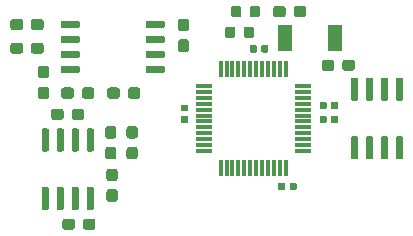
<source format=gbr>
G04 #@! TF.GenerationSoftware,KiCad,Pcbnew,(5.1.2)-2*
G04 #@! TF.CreationDate,2020-05-20T23:18:15+10:00*
G04 #@! TF.ProjectId,Heterodyne,48657465-726f-4647-996e-652e6b696361,rev?*
G04 #@! TF.SameCoordinates,Original*
G04 #@! TF.FileFunction,Paste,Top*
G04 #@! TF.FilePolarity,Positive*
%FSLAX46Y46*%
G04 Gerber Fmt 4.6, Leading zero omitted, Abs format (unit mm)*
G04 Created by KiCad (PCBNEW (5.1.2)-2) date 2020-05-20 23:18:15*
%MOMM*%
%LPD*%
G04 APERTURE LIST*
%ADD10C,0.100000*%
%ADD11C,0.600000*%
%ADD12C,0.875000*%
%ADD13R,1.450000X0.300000*%
%ADD14R,0.300000X1.450000*%
%ADD15C,0.950000*%
%ADD16R,1.300000X2.200000*%
%ADD17C,0.590000*%
G04 APERTURE END LIST*
D10*
G36*
X114519703Y-62850722D02*
G01*
X114534264Y-62852882D01*
X114548543Y-62856459D01*
X114562403Y-62861418D01*
X114575710Y-62867712D01*
X114588336Y-62875280D01*
X114600159Y-62884048D01*
X114611066Y-62893934D01*
X114620952Y-62904841D01*
X114629720Y-62916664D01*
X114637288Y-62929290D01*
X114643582Y-62942597D01*
X114648541Y-62956457D01*
X114652118Y-62970736D01*
X114654278Y-62985297D01*
X114655000Y-63000000D01*
X114655000Y-64650000D01*
X114654278Y-64664703D01*
X114652118Y-64679264D01*
X114648541Y-64693543D01*
X114643582Y-64707403D01*
X114637288Y-64720710D01*
X114629720Y-64733336D01*
X114620952Y-64745159D01*
X114611066Y-64756066D01*
X114600159Y-64765952D01*
X114588336Y-64774720D01*
X114575710Y-64782288D01*
X114562403Y-64788582D01*
X114548543Y-64793541D01*
X114534264Y-64797118D01*
X114519703Y-64799278D01*
X114505000Y-64800000D01*
X114205000Y-64800000D01*
X114190297Y-64799278D01*
X114175736Y-64797118D01*
X114161457Y-64793541D01*
X114147597Y-64788582D01*
X114134290Y-64782288D01*
X114121664Y-64774720D01*
X114109841Y-64765952D01*
X114098934Y-64756066D01*
X114089048Y-64745159D01*
X114080280Y-64733336D01*
X114072712Y-64720710D01*
X114066418Y-64707403D01*
X114061459Y-64693543D01*
X114057882Y-64679264D01*
X114055722Y-64664703D01*
X114055000Y-64650000D01*
X114055000Y-63000000D01*
X114055722Y-62985297D01*
X114057882Y-62970736D01*
X114061459Y-62956457D01*
X114066418Y-62942597D01*
X114072712Y-62929290D01*
X114080280Y-62916664D01*
X114089048Y-62904841D01*
X114098934Y-62893934D01*
X114109841Y-62884048D01*
X114121664Y-62875280D01*
X114134290Y-62867712D01*
X114147597Y-62861418D01*
X114161457Y-62856459D01*
X114175736Y-62852882D01*
X114190297Y-62850722D01*
X114205000Y-62850000D01*
X114505000Y-62850000D01*
X114519703Y-62850722D01*
X114519703Y-62850722D01*
G37*
D11*
X114355000Y-63825000D03*
D10*
G36*
X113249703Y-62850722D02*
G01*
X113264264Y-62852882D01*
X113278543Y-62856459D01*
X113292403Y-62861418D01*
X113305710Y-62867712D01*
X113318336Y-62875280D01*
X113330159Y-62884048D01*
X113341066Y-62893934D01*
X113350952Y-62904841D01*
X113359720Y-62916664D01*
X113367288Y-62929290D01*
X113373582Y-62942597D01*
X113378541Y-62956457D01*
X113382118Y-62970736D01*
X113384278Y-62985297D01*
X113385000Y-63000000D01*
X113385000Y-64650000D01*
X113384278Y-64664703D01*
X113382118Y-64679264D01*
X113378541Y-64693543D01*
X113373582Y-64707403D01*
X113367288Y-64720710D01*
X113359720Y-64733336D01*
X113350952Y-64745159D01*
X113341066Y-64756066D01*
X113330159Y-64765952D01*
X113318336Y-64774720D01*
X113305710Y-64782288D01*
X113292403Y-64788582D01*
X113278543Y-64793541D01*
X113264264Y-64797118D01*
X113249703Y-64799278D01*
X113235000Y-64800000D01*
X112935000Y-64800000D01*
X112920297Y-64799278D01*
X112905736Y-64797118D01*
X112891457Y-64793541D01*
X112877597Y-64788582D01*
X112864290Y-64782288D01*
X112851664Y-64774720D01*
X112839841Y-64765952D01*
X112828934Y-64756066D01*
X112819048Y-64745159D01*
X112810280Y-64733336D01*
X112802712Y-64720710D01*
X112796418Y-64707403D01*
X112791459Y-64693543D01*
X112787882Y-64679264D01*
X112785722Y-64664703D01*
X112785000Y-64650000D01*
X112785000Y-63000000D01*
X112785722Y-62985297D01*
X112787882Y-62970736D01*
X112791459Y-62956457D01*
X112796418Y-62942597D01*
X112802712Y-62929290D01*
X112810280Y-62916664D01*
X112819048Y-62904841D01*
X112828934Y-62893934D01*
X112839841Y-62884048D01*
X112851664Y-62875280D01*
X112864290Y-62867712D01*
X112877597Y-62861418D01*
X112891457Y-62856459D01*
X112905736Y-62852882D01*
X112920297Y-62850722D01*
X112935000Y-62850000D01*
X113235000Y-62850000D01*
X113249703Y-62850722D01*
X113249703Y-62850722D01*
G37*
D11*
X113085000Y-63825000D03*
D10*
G36*
X111979703Y-62850722D02*
G01*
X111994264Y-62852882D01*
X112008543Y-62856459D01*
X112022403Y-62861418D01*
X112035710Y-62867712D01*
X112048336Y-62875280D01*
X112060159Y-62884048D01*
X112071066Y-62893934D01*
X112080952Y-62904841D01*
X112089720Y-62916664D01*
X112097288Y-62929290D01*
X112103582Y-62942597D01*
X112108541Y-62956457D01*
X112112118Y-62970736D01*
X112114278Y-62985297D01*
X112115000Y-63000000D01*
X112115000Y-64650000D01*
X112114278Y-64664703D01*
X112112118Y-64679264D01*
X112108541Y-64693543D01*
X112103582Y-64707403D01*
X112097288Y-64720710D01*
X112089720Y-64733336D01*
X112080952Y-64745159D01*
X112071066Y-64756066D01*
X112060159Y-64765952D01*
X112048336Y-64774720D01*
X112035710Y-64782288D01*
X112022403Y-64788582D01*
X112008543Y-64793541D01*
X111994264Y-64797118D01*
X111979703Y-64799278D01*
X111965000Y-64800000D01*
X111665000Y-64800000D01*
X111650297Y-64799278D01*
X111635736Y-64797118D01*
X111621457Y-64793541D01*
X111607597Y-64788582D01*
X111594290Y-64782288D01*
X111581664Y-64774720D01*
X111569841Y-64765952D01*
X111558934Y-64756066D01*
X111549048Y-64745159D01*
X111540280Y-64733336D01*
X111532712Y-64720710D01*
X111526418Y-64707403D01*
X111521459Y-64693543D01*
X111517882Y-64679264D01*
X111515722Y-64664703D01*
X111515000Y-64650000D01*
X111515000Y-63000000D01*
X111515722Y-62985297D01*
X111517882Y-62970736D01*
X111521459Y-62956457D01*
X111526418Y-62942597D01*
X111532712Y-62929290D01*
X111540280Y-62916664D01*
X111549048Y-62904841D01*
X111558934Y-62893934D01*
X111569841Y-62884048D01*
X111581664Y-62875280D01*
X111594290Y-62867712D01*
X111607597Y-62861418D01*
X111621457Y-62856459D01*
X111635736Y-62852882D01*
X111650297Y-62850722D01*
X111665000Y-62850000D01*
X111965000Y-62850000D01*
X111979703Y-62850722D01*
X111979703Y-62850722D01*
G37*
D11*
X111815000Y-63825000D03*
D10*
G36*
X110709703Y-62850722D02*
G01*
X110724264Y-62852882D01*
X110738543Y-62856459D01*
X110752403Y-62861418D01*
X110765710Y-62867712D01*
X110778336Y-62875280D01*
X110790159Y-62884048D01*
X110801066Y-62893934D01*
X110810952Y-62904841D01*
X110819720Y-62916664D01*
X110827288Y-62929290D01*
X110833582Y-62942597D01*
X110838541Y-62956457D01*
X110842118Y-62970736D01*
X110844278Y-62985297D01*
X110845000Y-63000000D01*
X110845000Y-64650000D01*
X110844278Y-64664703D01*
X110842118Y-64679264D01*
X110838541Y-64693543D01*
X110833582Y-64707403D01*
X110827288Y-64720710D01*
X110819720Y-64733336D01*
X110810952Y-64745159D01*
X110801066Y-64756066D01*
X110790159Y-64765952D01*
X110778336Y-64774720D01*
X110765710Y-64782288D01*
X110752403Y-64788582D01*
X110738543Y-64793541D01*
X110724264Y-64797118D01*
X110709703Y-64799278D01*
X110695000Y-64800000D01*
X110395000Y-64800000D01*
X110380297Y-64799278D01*
X110365736Y-64797118D01*
X110351457Y-64793541D01*
X110337597Y-64788582D01*
X110324290Y-64782288D01*
X110311664Y-64774720D01*
X110299841Y-64765952D01*
X110288934Y-64756066D01*
X110279048Y-64745159D01*
X110270280Y-64733336D01*
X110262712Y-64720710D01*
X110256418Y-64707403D01*
X110251459Y-64693543D01*
X110247882Y-64679264D01*
X110245722Y-64664703D01*
X110245000Y-64650000D01*
X110245000Y-63000000D01*
X110245722Y-62985297D01*
X110247882Y-62970736D01*
X110251459Y-62956457D01*
X110256418Y-62942597D01*
X110262712Y-62929290D01*
X110270280Y-62916664D01*
X110279048Y-62904841D01*
X110288934Y-62893934D01*
X110299841Y-62884048D01*
X110311664Y-62875280D01*
X110324290Y-62867712D01*
X110337597Y-62861418D01*
X110351457Y-62856459D01*
X110365736Y-62852882D01*
X110380297Y-62850722D01*
X110395000Y-62850000D01*
X110695000Y-62850000D01*
X110709703Y-62850722D01*
X110709703Y-62850722D01*
G37*
D11*
X110545000Y-63825000D03*
D10*
G36*
X110709703Y-57900722D02*
G01*
X110724264Y-57902882D01*
X110738543Y-57906459D01*
X110752403Y-57911418D01*
X110765710Y-57917712D01*
X110778336Y-57925280D01*
X110790159Y-57934048D01*
X110801066Y-57943934D01*
X110810952Y-57954841D01*
X110819720Y-57966664D01*
X110827288Y-57979290D01*
X110833582Y-57992597D01*
X110838541Y-58006457D01*
X110842118Y-58020736D01*
X110844278Y-58035297D01*
X110845000Y-58050000D01*
X110845000Y-59700000D01*
X110844278Y-59714703D01*
X110842118Y-59729264D01*
X110838541Y-59743543D01*
X110833582Y-59757403D01*
X110827288Y-59770710D01*
X110819720Y-59783336D01*
X110810952Y-59795159D01*
X110801066Y-59806066D01*
X110790159Y-59815952D01*
X110778336Y-59824720D01*
X110765710Y-59832288D01*
X110752403Y-59838582D01*
X110738543Y-59843541D01*
X110724264Y-59847118D01*
X110709703Y-59849278D01*
X110695000Y-59850000D01*
X110395000Y-59850000D01*
X110380297Y-59849278D01*
X110365736Y-59847118D01*
X110351457Y-59843541D01*
X110337597Y-59838582D01*
X110324290Y-59832288D01*
X110311664Y-59824720D01*
X110299841Y-59815952D01*
X110288934Y-59806066D01*
X110279048Y-59795159D01*
X110270280Y-59783336D01*
X110262712Y-59770710D01*
X110256418Y-59757403D01*
X110251459Y-59743543D01*
X110247882Y-59729264D01*
X110245722Y-59714703D01*
X110245000Y-59700000D01*
X110245000Y-58050000D01*
X110245722Y-58035297D01*
X110247882Y-58020736D01*
X110251459Y-58006457D01*
X110256418Y-57992597D01*
X110262712Y-57979290D01*
X110270280Y-57966664D01*
X110279048Y-57954841D01*
X110288934Y-57943934D01*
X110299841Y-57934048D01*
X110311664Y-57925280D01*
X110324290Y-57917712D01*
X110337597Y-57911418D01*
X110351457Y-57906459D01*
X110365736Y-57902882D01*
X110380297Y-57900722D01*
X110395000Y-57900000D01*
X110695000Y-57900000D01*
X110709703Y-57900722D01*
X110709703Y-57900722D01*
G37*
D11*
X110545000Y-58875000D03*
D10*
G36*
X111979703Y-57900722D02*
G01*
X111994264Y-57902882D01*
X112008543Y-57906459D01*
X112022403Y-57911418D01*
X112035710Y-57917712D01*
X112048336Y-57925280D01*
X112060159Y-57934048D01*
X112071066Y-57943934D01*
X112080952Y-57954841D01*
X112089720Y-57966664D01*
X112097288Y-57979290D01*
X112103582Y-57992597D01*
X112108541Y-58006457D01*
X112112118Y-58020736D01*
X112114278Y-58035297D01*
X112115000Y-58050000D01*
X112115000Y-59700000D01*
X112114278Y-59714703D01*
X112112118Y-59729264D01*
X112108541Y-59743543D01*
X112103582Y-59757403D01*
X112097288Y-59770710D01*
X112089720Y-59783336D01*
X112080952Y-59795159D01*
X112071066Y-59806066D01*
X112060159Y-59815952D01*
X112048336Y-59824720D01*
X112035710Y-59832288D01*
X112022403Y-59838582D01*
X112008543Y-59843541D01*
X111994264Y-59847118D01*
X111979703Y-59849278D01*
X111965000Y-59850000D01*
X111665000Y-59850000D01*
X111650297Y-59849278D01*
X111635736Y-59847118D01*
X111621457Y-59843541D01*
X111607597Y-59838582D01*
X111594290Y-59832288D01*
X111581664Y-59824720D01*
X111569841Y-59815952D01*
X111558934Y-59806066D01*
X111549048Y-59795159D01*
X111540280Y-59783336D01*
X111532712Y-59770710D01*
X111526418Y-59757403D01*
X111521459Y-59743543D01*
X111517882Y-59729264D01*
X111515722Y-59714703D01*
X111515000Y-59700000D01*
X111515000Y-58050000D01*
X111515722Y-58035297D01*
X111517882Y-58020736D01*
X111521459Y-58006457D01*
X111526418Y-57992597D01*
X111532712Y-57979290D01*
X111540280Y-57966664D01*
X111549048Y-57954841D01*
X111558934Y-57943934D01*
X111569841Y-57934048D01*
X111581664Y-57925280D01*
X111594290Y-57917712D01*
X111607597Y-57911418D01*
X111621457Y-57906459D01*
X111635736Y-57902882D01*
X111650297Y-57900722D01*
X111665000Y-57900000D01*
X111965000Y-57900000D01*
X111979703Y-57900722D01*
X111979703Y-57900722D01*
G37*
D11*
X111815000Y-58875000D03*
D10*
G36*
X113249703Y-57900722D02*
G01*
X113264264Y-57902882D01*
X113278543Y-57906459D01*
X113292403Y-57911418D01*
X113305710Y-57917712D01*
X113318336Y-57925280D01*
X113330159Y-57934048D01*
X113341066Y-57943934D01*
X113350952Y-57954841D01*
X113359720Y-57966664D01*
X113367288Y-57979290D01*
X113373582Y-57992597D01*
X113378541Y-58006457D01*
X113382118Y-58020736D01*
X113384278Y-58035297D01*
X113385000Y-58050000D01*
X113385000Y-59700000D01*
X113384278Y-59714703D01*
X113382118Y-59729264D01*
X113378541Y-59743543D01*
X113373582Y-59757403D01*
X113367288Y-59770710D01*
X113359720Y-59783336D01*
X113350952Y-59795159D01*
X113341066Y-59806066D01*
X113330159Y-59815952D01*
X113318336Y-59824720D01*
X113305710Y-59832288D01*
X113292403Y-59838582D01*
X113278543Y-59843541D01*
X113264264Y-59847118D01*
X113249703Y-59849278D01*
X113235000Y-59850000D01*
X112935000Y-59850000D01*
X112920297Y-59849278D01*
X112905736Y-59847118D01*
X112891457Y-59843541D01*
X112877597Y-59838582D01*
X112864290Y-59832288D01*
X112851664Y-59824720D01*
X112839841Y-59815952D01*
X112828934Y-59806066D01*
X112819048Y-59795159D01*
X112810280Y-59783336D01*
X112802712Y-59770710D01*
X112796418Y-59757403D01*
X112791459Y-59743543D01*
X112787882Y-59729264D01*
X112785722Y-59714703D01*
X112785000Y-59700000D01*
X112785000Y-58050000D01*
X112785722Y-58035297D01*
X112787882Y-58020736D01*
X112791459Y-58006457D01*
X112796418Y-57992597D01*
X112802712Y-57979290D01*
X112810280Y-57966664D01*
X112819048Y-57954841D01*
X112828934Y-57943934D01*
X112839841Y-57934048D01*
X112851664Y-57925280D01*
X112864290Y-57917712D01*
X112877597Y-57911418D01*
X112891457Y-57906459D01*
X112905736Y-57902882D01*
X112920297Y-57900722D01*
X112935000Y-57900000D01*
X113235000Y-57900000D01*
X113249703Y-57900722D01*
X113249703Y-57900722D01*
G37*
D11*
X113085000Y-58875000D03*
D10*
G36*
X114519703Y-57900722D02*
G01*
X114534264Y-57902882D01*
X114548543Y-57906459D01*
X114562403Y-57911418D01*
X114575710Y-57917712D01*
X114588336Y-57925280D01*
X114600159Y-57934048D01*
X114611066Y-57943934D01*
X114620952Y-57954841D01*
X114629720Y-57966664D01*
X114637288Y-57979290D01*
X114643582Y-57992597D01*
X114648541Y-58006457D01*
X114652118Y-58020736D01*
X114654278Y-58035297D01*
X114655000Y-58050000D01*
X114655000Y-59700000D01*
X114654278Y-59714703D01*
X114652118Y-59729264D01*
X114648541Y-59743543D01*
X114643582Y-59757403D01*
X114637288Y-59770710D01*
X114629720Y-59783336D01*
X114620952Y-59795159D01*
X114611066Y-59806066D01*
X114600159Y-59815952D01*
X114588336Y-59824720D01*
X114575710Y-59832288D01*
X114562403Y-59838582D01*
X114548543Y-59843541D01*
X114534264Y-59847118D01*
X114519703Y-59849278D01*
X114505000Y-59850000D01*
X114205000Y-59850000D01*
X114190297Y-59849278D01*
X114175736Y-59847118D01*
X114161457Y-59843541D01*
X114147597Y-59838582D01*
X114134290Y-59832288D01*
X114121664Y-59824720D01*
X114109841Y-59815952D01*
X114098934Y-59806066D01*
X114089048Y-59795159D01*
X114080280Y-59783336D01*
X114072712Y-59770710D01*
X114066418Y-59757403D01*
X114061459Y-59743543D01*
X114057882Y-59729264D01*
X114055722Y-59714703D01*
X114055000Y-59700000D01*
X114055000Y-58050000D01*
X114055722Y-58035297D01*
X114057882Y-58020736D01*
X114061459Y-58006457D01*
X114066418Y-57992597D01*
X114072712Y-57979290D01*
X114080280Y-57966664D01*
X114089048Y-57954841D01*
X114098934Y-57943934D01*
X114109841Y-57934048D01*
X114121664Y-57925280D01*
X114134290Y-57917712D01*
X114147597Y-57911418D01*
X114161457Y-57906459D01*
X114175736Y-57902882D01*
X114190297Y-57900722D01*
X114205000Y-57900000D01*
X114505000Y-57900000D01*
X114519703Y-57900722D01*
X114519703Y-57900722D01*
G37*
D11*
X114355000Y-58875000D03*
D10*
G36*
X126952691Y-47526053D02*
G01*
X126973926Y-47529203D01*
X126994750Y-47534419D01*
X127014962Y-47541651D01*
X127034368Y-47550830D01*
X127052781Y-47561866D01*
X127070024Y-47574654D01*
X127085930Y-47589070D01*
X127100346Y-47604976D01*
X127113134Y-47622219D01*
X127124170Y-47640632D01*
X127133349Y-47660038D01*
X127140581Y-47680250D01*
X127145797Y-47701074D01*
X127148947Y-47722309D01*
X127150000Y-47743750D01*
X127150000Y-48256250D01*
X127148947Y-48277691D01*
X127145797Y-48298926D01*
X127140581Y-48319750D01*
X127133349Y-48339962D01*
X127124170Y-48359368D01*
X127113134Y-48377781D01*
X127100346Y-48395024D01*
X127085930Y-48410930D01*
X127070024Y-48425346D01*
X127052781Y-48438134D01*
X127034368Y-48449170D01*
X127014962Y-48458349D01*
X126994750Y-48465581D01*
X126973926Y-48470797D01*
X126952691Y-48473947D01*
X126931250Y-48475000D01*
X126493750Y-48475000D01*
X126472309Y-48473947D01*
X126451074Y-48470797D01*
X126430250Y-48465581D01*
X126410038Y-48458349D01*
X126390632Y-48449170D01*
X126372219Y-48438134D01*
X126354976Y-48425346D01*
X126339070Y-48410930D01*
X126324654Y-48395024D01*
X126311866Y-48377781D01*
X126300830Y-48359368D01*
X126291651Y-48339962D01*
X126284419Y-48319750D01*
X126279203Y-48298926D01*
X126276053Y-48277691D01*
X126275000Y-48256250D01*
X126275000Y-47743750D01*
X126276053Y-47722309D01*
X126279203Y-47701074D01*
X126284419Y-47680250D01*
X126291651Y-47660038D01*
X126300830Y-47640632D01*
X126311866Y-47622219D01*
X126324654Y-47604976D01*
X126339070Y-47589070D01*
X126354976Y-47574654D01*
X126372219Y-47561866D01*
X126390632Y-47550830D01*
X126410038Y-47541651D01*
X126430250Y-47534419D01*
X126451074Y-47529203D01*
X126472309Y-47526053D01*
X126493750Y-47525000D01*
X126931250Y-47525000D01*
X126952691Y-47526053D01*
X126952691Y-47526053D01*
G37*
D12*
X126712500Y-48000000D03*
D10*
G36*
X128527691Y-47526053D02*
G01*
X128548926Y-47529203D01*
X128569750Y-47534419D01*
X128589962Y-47541651D01*
X128609368Y-47550830D01*
X128627781Y-47561866D01*
X128645024Y-47574654D01*
X128660930Y-47589070D01*
X128675346Y-47604976D01*
X128688134Y-47622219D01*
X128699170Y-47640632D01*
X128708349Y-47660038D01*
X128715581Y-47680250D01*
X128720797Y-47701074D01*
X128723947Y-47722309D01*
X128725000Y-47743750D01*
X128725000Y-48256250D01*
X128723947Y-48277691D01*
X128720797Y-48298926D01*
X128715581Y-48319750D01*
X128708349Y-48339962D01*
X128699170Y-48359368D01*
X128688134Y-48377781D01*
X128675346Y-48395024D01*
X128660930Y-48410930D01*
X128645024Y-48425346D01*
X128627781Y-48438134D01*
X128609368Y-48449170D01*
X128589962Y-48458349D01*
X128569750Y-48465581D01*
X128548926Y-48470797D01*
X128527691Y-48473947D01*
X128506250Y-48475000D01*
X128068750Y-48475000D01*
X128047309Y-48473947D01*
X128026074Y-48470797D01*
X128005250Y-48465581D01*
X127985038Y-48458349D01*
X127965632Y-48449170D01*
X127947219Y-48438134D01*
X127929976Y-48425346D01*
X127914070Y-48410930D01*
X127899654Y-48395024D01*
X127886866Y-48377781D01*
X127875830Y-48359368D01*
X127866651Y-48339962D01*
X127859419Y-48319750D01*
X127854203Y-48298926D01*
X127851053Y-48277691D01*
X127850000Y-48256250D01*
X127850000Y-47743750D01*
X127851053Y-47722309D01*
X127854203Y-47701074D01*
X127859419Y-47680250D01*
X127866651Y-47660038D01*
X127875830Y-47640632D01*
X127886866Y-47622219D01*
X127899654Y-47604976D01*
X127914070Y-47589070D01*
X127929976Y-47574654D01*
X127947219Y-47561866D01*
X127965632Y-47550830D01*
X127985038Y-47541651D01*
X128005250Y-47534419D01*
X128026074Y-47529203D01*
X128047309Y-47526053D01*
X128068750Y-47525000D01*
X128506250Y-47525000D01*
X128527691Y-47526053D01*
X128527691Y-47526053D01*
G37*
D12*
X128287500Y-48000000D03*
D13*
X132350000Y-54300000D03*
X132350000Y-54800000D03*
X132350000Y-55300000D03*
X132350000Y-55800000D03*
X132350000Y-56300000D03*
X132350000Y-56800000D03*
X132350000Y-57300000D03*
X132350000Y-57800000D03*
X132350000Y-58300000D03*
X132350000Y-58800000D03*
X132350000Y-59300000D03*
X132350000Y-59800000D03*
D14*
X129900000Y-61250000D03*
X130900000Y-61250000D03*
X130400000Y-61250000D03*
X129400000Y-61250000D03*
X128900000Y-61250000D03*
X128400000Y-61250000D03*
X127900000Y-61250000D03*
X127400000Y-61250000D03*
X126900000Y-61250000D03*
X126400000Y-61250000D03*
X125900000Y-61250000D03*
X125400000Y-61220000D03*
X126400000Y-52850000D03*
D13*
X123950000Y-59800000D03*
X123950000Y-59300000D03*
X123950000Y-58800000D03*
X123950000Y-58300000D03*
X123950000Y-57800000D03*
X123950000Y-57300000D03*
X123950000Y-56800000D03*
X123950000Y-56300000D03*
X123950000Y-55800000D03*
X123950000Y-55300000D03*
X123950000Y-54800000D03*
X123950000Y-54300000D03*
D14*
X125400000Y-52850000D03*
X125900000Y-52850000D03*
X126900000Y-52850000D03*
X127400000Y-52850000D03*
X127900000Y-52850000D03*
X128400000Y-52850000D03*
X128900000Y-52850000D03*
X129400000Y-52850000D03*
X129900000Y-52850000D03*
X130400000Y-52850000D03*
X130900000Y-52850000D03*
D10*
G36*
X114585779Y-65526144D02*
G01*
X114608834Y-65529563D01*
X114631443Y-65535227D01*
X114653387Y-65543079D01*
X114674457Y-65553044D01*
X114694448Y-65565026D01*
X114713168Y-65578910D01*
X114730438Y-65594562D01*
X114746090Y-65611832D01*
X114759974Y-65630552D01*
X114771956Y-65650543D01*
X114781921Y-65671613D01*
X114789773Y-65693557D01*
X114795437Y-65716166D01*
X114798856Y-65739221D01*
X114800000Y-65762500D01*
X114800000Y-66237500D01*
X114798856Y-66260779D01*
X114795437Y-66283834D01*
X114789773Y-66306443D01*
X114781921Y-66328387D01*
X114771956Y-66349457D01*
X114759974Y-66369448D01*
X114746090Y-66388168D01*
X114730438Y-66405438D01*
X114713168Y-66421090D01*
X114694448Y-66434974D01*
X114674457Y-66446956D01*
X114653387Y-66456921D01*
X114631443Y-66464773D01*
X114608834Y-66470437D01*
X114585779Y-66473856D01*
X114562500Y-66475000D01*
X113987500Y-66475000D01*
X113964221Y-66473856D01*
X113941166Y-66470437D01*
X113918557Y-66464773D01*
X113896613Y-66456921D01*
X113875543Y-66446956D01*
X113855552Y-66434974D01*
X113836832Y-66421090D01*
X113819562Y-66405438D01*
X113803910Y-66388168D01*
X113790026Y-66369448D01*
X113778044Y-66349457D01*
X113768079Y-66328387D01*
X113760227Y-66306443D01*
X113754563Y-66283834D01*
X113751144Y-66260779D01*
X113750000Y-66237500D01*
X113750000Y-65762500D01*
X113751144Y-65739221D01*
X113754563Y-65716166D01*
X113760227Y-65693557D01*
X113768079Y-65671613D01*
X113778044Y-65650543D01*
X113790026Y-65630552D01*
X113803910Y-65611832D01*
X113819562Y-65594562D01*
X113836832Y-65578910D01*
X113855552Y-65565026D01*
X113875543Y-65553044D01*
X113896613Y-65543079D01*
X113918557Y-65535227D01*
X113941166Y-65529563D01*
X113964221Y-65526144D01*
X113987500Y-65525000D01*
X114562500Y-65525000D01*
X114585779Y-65526144D01*
X114585779Y-65526144D01*
G37*
D15*
X114275000Y-66000000D03*
D10*
G36*
X112835779Y-65526144D02*
G01*
X112858834Y-65529563D01*
X112881443Y-65535227D01*
X112903387Y-65543079D01*
X112924457Y-65553044D01*
X112944448Y-65565026D01*
X112963168Y-65578910D01*
X112980438Y-65594562D01*
X112996090Y-65611832D01*
X113009974Y-65630552D01*
X113021956Y-65650543D01*
X113031921Y-65671613D01*
X113039773Y-65693557D01*
X113045437Y-65716166D01*
X113048856Y-65739221D01*
X113050000Y-65762500D01*
X113050000Y-66237500D01*
X113048856Y-66260779D01*
X113045437Y-66283834D01*
X113039773Y-66306443D01*
X113031921Y-66328387D01*
X113021956Y-66349457D01*
X113009974Y-66369448D01*
X112996090Y-66388168D01*
X112980438Y-66405438D01*
X112963168Y-66421090D01*
X112944448Y-66434974D01*
X112924457Y-66446956D01*
X112903387Y-66456921D01*
X112881443Y-66464773D01*
X112858834Y-66470437D01*
X112835779Y-66473856D01*
X112812500Y-66475000D01*
X112237500Y-66475000D01*
X112214221Y-66473856D01*
X112191166Y-66470437D01*
X112168557Y-66464773D01*
X112146613Y-66456921D01*
X112125543Y-66446956D01*
X112105552Y-66434974D01*
X112086832Y-66421090D01*
X112069562Y-66405438D01*
X112053910Y-66388168D01*
X112040026Y-66369448D01*
X112028044Y-66349457D01*
X112018079Y-66328387D01*
X112010227Y-66306443D01*
X112004563Y-66283834D01*
X112001144Y-66260779D01*
X112000000Y-66237500D01*
X112000000Y-65762500D01*
X112001144Y-65739221D01*
X112004563Y-65716166D01*
X112010227Y-65693557D01*
X112018079Y-65671613D01*
X112028044Y-65650543D01*
X112040026Y-65630552D01*
X112053910Y-65611832D01*
X112069562Y-65594562D01*
X112086832Y-65578910D01*
X112105552Y-65565026D01*
X112125543Y-65553044D01*
X112146613Y-65543079D01*
X112168557Y-65535227D01*
X112191166Y-65529563D01*
X112214221Y-65526144D01*
X112237500Y-65525000D01*
X112812500Y-65525000D01*
X112835779Y-65526144D01*
X112835779Y-65526144D01*
G37*
D15*
X112525000Y-66000000D03*
D10*
G36*
X122510779Y-50351144D02*
G01*
X122533834Y-50354563D01*
X122556443Y-50360227D01*
X122578387Y-50368079D01*
X122599457Y-50378044D01*
X122619448Y-50390026D01*
X122638168Y-50403910D01*
X122655438Y-50419562D01*
X122671090Y-50436832D01*
X122684974Y-50455552D01*
X122696956Y-50475543D01*
X122706921Y-50496613D01*
X122714773Y-50518557D01*
X122720437Y-50541166D01*
X122723856Y-50564221D01*
X122725000Y-50587500D01*
X122725000Y-51162500D01*
X122723856Y-51185779D01*
X122720437Y-51208834D01*
X122714773Y-51231443D01*
X122706921Y-51253387D01*
X122696956Y-51274457D01*
X122684974Y-51294448D01*
X122671090Y-51313168D01*
X122655438Y-51330438D01*
X122638168Y-51346090D01*
X122619448Y-51359974D01*
X122599457Y-51371956D01*
X122578387Y-51381921D01*
X122556443Y-51389773D01*
X122533834Y-51395437D01*
X122510779Y-51398856D01*
X122487500Y-51400000D01*
X122012500Y-51400000D01*
X121989221Y-51398856D01*
X121966166Y-51395437D01*
X121943557Y-51389773D01*
X121921613Y-51381921D01*
X121900543Y-51371956D01*
X121880552Y-51359974D01*
X121861832Y-51346090D01*
X121844562Y-51330438D01*
X121828910Y-51313168D01*
X121815026Y-51294448D01*
X121803044Y-51274457D01*
X121793079Y-51253387D01*
X121785227Y-51231443D01*
X121779563Y-51208834D01*
X121776144Y-51185779D01*
X121775000Y-51162500D01*
X121775000Y-50587500D01*
X121776144Y-50564221D01*
X121779563Y-50541166D01*
X121785227Y-50518557D01*
X121793079Y-50496613D01*
X121803044Y-50475543D01*
X121815026Y-50455552D01*
X121828910Y-50436832D01*
X121844562Y-50419562D01*
X121861832Y-50403910D01*
X121880552Y-50390026D01*
X121900543Y-50378044D01*
X121921613Y-50368079D01*
X121943557Y-50360227D01*
X121966166Y-50354563D01*
X121989221Y-50351144D01*
X122012500Y-50350000D01*
X122487500Y-50350000D01*
X122510779Y-50351144D01*
X122510779Y-50351144D01*
G37*
D15*
X122250000Y-50875000D03*
D10*
G36*
X122510779Y-48601144D02*
G01*
X122533834Y-48604563D01*
X122556443Y-48610227D01*
X122578387Y-48618079D01*
X122599457Y-48628044D01*
X122619448Y-48640026D01*
X122638168Y-48653910D01*
X122655438Y-48669562D01*
X122671090Y-48686832D01*
X122684974Y-48705552D01*
X122696956Y-48725543D01*
X122706921Y-48746613D01*
X122714773Y-48768557D01*
X122720437Y-48791166D01*
X122723856Y-48814221D01*
X122725000Y-48837500D01*
X122725000Y-49412500D01*
X122723856Y-49435779D01*
X122720437Y-49458834D01*
X122714773Y-49481443D01*
X122706921Y-49503387D01*
X122696956Y-49524457D01*
X122684974Y-49544448D01*
X122671090Y-49563168D01*
X122655438Y-49580438D01*
X122638168Y-49596090D01*
X122619448Y-49609974D01*
X122599457Y-49621956D01*
X122578387Y-49631921D01*
X122556443Y-49639773D01*
X122533834Y-49645437D01*
X122510779Y-49648856D01*
X122487500Y-49650000D01*
X122012500Y-49650000D01*
X121989221Y-49648856D01*
X121966166Y-49645437D01*
X121943557Y-49639773D01*
X121921613Y-49631921D01*
X121900543Y-49621956D01*
X121880552Y-49609974D01*
X121861832Y-49596090D01*
X121844562Y-49580438D01*
X121828910Y-49563168D01*
X121815026Y-49544448D01*
X121803044Y-49524457D01*
X121793079Y-49503387D01*
X121785227Y-49481443D01*
X121779563Y-49458834D01*
X121776144Y-49435779D01*
X121775000Y-49412500D01*
X121775000Y-48837500D01*
X121776144Y-48814221D01*
X121779563Y-48791166D01*
X121785227Y-48768557D01*
X121793079Y-48746613D01*
X121803044Y-48725543D01*
X121815026Y-48705552D01*
X121828910Y-48686832D01*
X121844562Y-48669562D01*
X121861832Y-48653910D01*
X121880552Y-48640026D01*
X121900543Y-48628044D01*
X121921613Y-48618079D01*
X121943557Y-48610227D01*
X121966166Y-48604563D01*
X121989221Y-48601144D01*
X122012500Y-48600000D01*
X122487500Y-48600000D01*
X122510779Y-48601144D01*
X122510779Y-48601144D01*
G37*
D15*
X122250000Y-49125000D03*
D16*
X130850000Y-50200000D03*
X135050000Y-50200000D03*
D10*
G36*
X131696958Y-62480710D02*
G01*
X131711276Y-62482834D01*
X131725317Y-62486351D01*
X131738946Y-62491228D01*
X131752031Y-62497417D01*
X131764447Y-62504858D01*
X131776073Y-62513481D01*
X131786798Y-62523202D01*
X131796519Y-62533927D01*
X131805142Y-62545553D01*
X131812583Y-62557969D01*
X131818772Y-62571054D01*
X131823649Y-62584683D01*
X131827166Y-62598724D01*
X131829290Y-62613042D01*
X131830000Y-62627500D01*
X131830000Y-62972500D01*
X131829290Y-62986958D01*
X131827166Y-63001276D01*
X131823649Y-63015317D01*
X131818772Y-63028946D01*
X131812583Y-63042031D01*
X131805142Y-63054447D01*
X131796519Y-63066073D01*
X131786798Y-63076798D01*
X131776073Y-63086519D01*
X131764447Y-63095142D01*
X131752031Y-63102583D01*
X131738946Y-63108772D01*
X131725317Y-63113649D01*
X131711276Y-63117166D01*
X131696958Y-63119290D01*
X131682500Y-63120000D01*
X131387500Y-63120000D01*
X131373042Y-63119290D01*
X131358724Y-63117166D01*
X131344683Y-63113649D01*
X131331054Y-63108772D01*
X131317969Y-63102583D01*
X131305553Y-63095142D01*
X131293927Y-63086519D01*
X131283202Y-63076798D01*
X131273481Y-63066073D01*
X131264858Y-63054447D01*
X131257417Y-63042031D01*
X131251228Y-63028946D01*
X131246351Y-63015317D01*
X131242834Y-63001276D01*
X131240710Y-62986958D01*
X131240000Y-62972500D01*
X131240000Y-62627500D01*
X131240710Y-62613042D01*
X131242834Y-62598724D01*
X131246351Y-62584683D01*
X131251228Y-62571054D01*
X131257417Y-62557969D01*
X131264858Y-62545553D01*
X131273481Y-62533927D01*
X131283202Y-62523202D01*
X131293927Y-62513481D01*
X131305553Y-62504858D01*
X131317969Y-62497417D01*
X131331054Y-62491228D01*
X131344683Y-62486351D01*
X131358724Y-62482834D01*
X131373042Y-62480710D01*
X131387500Y-62480000D01*
X131682500Y-62480000D01*
X131696958Y-62480710D01*
X131696958Y-62480710D01*
G37*
D17*
X131535000Y-62800000D03*
D10*
G36*
X130726958Y-62480710D02*
G01*
X130741276Y-62482834D01*
X130755317Y-62486351D01*
X130768946Y-62491228D01*
X130782031Y-62497417D01*
X130794447Y-62504858D01*
X130806073Y-62513481D01*
X130816798Y-62523202D01*
X130826519Y-62533927D01*
X130835142Y-62545553D01*
X130842583Y-62557969D01*
X130848772Y-62571054D01*
X130853649Y-62584683D01*
X130857166Y-62598724D01*
X130859290Y-62613042D01*
X130860000Y-62627500D01*
X130860000Y-62972500D01*
X130859290Y-62986958D01*
X130857166Y-63001276D01*
X130853649Y-63015317D01*
X130848772Y-63028946D01*
X130842583Y-63042031D01*
X130835142Y-63054447D01*
X130826519Y-63066073D01*
X130816798Y-63076798D01*
X130806073Y-63086519D01*
X130794447Y-63095142D01*
X130782031Y-63102583D01*
X130768946Y-63108772D01*
X130755317Y-63113649D01*
X130741276Y-63117166D01*
X130726958Y-63119290D01*
X130712500Y-63120000D01*
X130417500Y-63120000D01*
X130403042Y-63119290D01*
X130388724Y-63117166D01*
X130374683Y-63113649D01*
X130361054Y-63108772D01*
X130347969Y-63102583D01*
X130335553Y-63095142D01*
X130323927Y-63086519D01*
X130313202Y-63076798D01*
X130303481Y-63066073D01*
X130294858Y-63054447D01*
X130287417Y-63042031D01*
X130281228Y-63028946D01*
X130276351Y-63015317D01*
X130272834Y-63001276D01*
X130270710Y-62986958D01*
X130270000Y-62972500D01*
X130270000Y-62627500D01*
X130270710Y-62613042D01*
X130272834Y-62598724D01*
X130276351Y-62584683D01*
X130281228Y-62571054D01*
X130287417Y-62557969D01*
X130294858Y-62545553D01*
X130303481Y-62533927D01*
X130313202Y-62523202D01*
X130323927Y-62513481D01*
X130335553Y-62504858D01*
X130347969Y-62497417D01*
X130361054Y-62491228D01*
X130374683Y-62486351D01*
X130388724Y-62482834D01*
X130403042Y-62480710D01*
X130417500Y-62480000D01*
X130712500Y-62480000D01*
X130726958Y-62480710D01*
X130726958Y-62480710D01*
G37*
D17*
X130565000Y-62800000D03*
D10*
G36*
X134226958Y-56830710D02*
G01*
X134241276Y-56832834D01*
X134255317Y-56836351D01*
X134268946Y-56841228D01*
X134282031Y-56847417D01*
X134294447Y-56854858D01*
X134306073Y-56863481D01*
X134316798Y-56873202D01*
X134326519Y-56883927D01*
X134335142Y-56895553D01*
X134342583Y-56907969D01*
X134348772Y-56921054D01*
X134353649Y-56934683D01*
X134357166Y-56948724D01*
X134359290Y-56963042D01*
X134360000Y-56977500D01*
X134360000Y-57322500D01*
X134359290Y-57336958D01*
X134357166Y-57351276D01*
X134353649Y-57365317D01*
X134348772Y-57378946D01*
X134342583Y-57392031D01*
X134335142Y-57404447D01*
X134326519Y-57416073D01*
X134316798Y-57426798D01*
X134306073Y-57436519D01*
X134294447Y-57445142D01*
X134282031Y-57452583D01*
X134268946Y-57458772D01*
X134255317Y-57463649D01*
X134241276Y-57467166D01*
X134226958Y-57469290D01*
X134212500Y-57470000D01*
X133917500Y-57470000D01*
X133903042Y-57469290D01*
X133888724Y-57467166D01*
X133874683Y-57463649D01*
X133861054Y-57458772D01*
X133847969Y-57452583D01*
X133835553Y-57445142D01*
X133823927Y-57436519D01*
X133813202Y-57426798D01*
X133803481Y-57416073D01*
X133794858Y-57404447D01*
X133787417Y-57392031D01*
X133781228Y-57378946D01*
X133776351Y-57365317D01*
X133772834Y-57351276D01*
X133770710Y-57336958D01*
X133770000Y-57322500D01*
X133770000Y-56977500D01*
X133770710Y-56963042D01*
X133772834Y-56948724D01*
X133776351Y-56934683D01*
X133781228Y-56921054D01*
X133787417Y-56907969D01*
X133794858Y-56895553D01*
X133803481Y-56883927D01*
X133813202Y-56873202D01*
X133823927Y-56863481D01*
X133835553Y-56854858D01*
X133847969Y-56847417D01*
X133861054Y-56841228D01*
X133874683Y-56836351D01*
X133888724Y-56832834D01*
X133903042Y-56830710D01*
X133917500Y-56830000D01*
X134212500Y-56830000D01*
X134226958Y-56830710D01*
X134226958Y-56830710D01*
G37*
D17*
X134065000Y-57150000D03*
D10*
G36*
X135196958Y-56830710D02*
G01*
X135211276Y-56832834D01*
X135225317Y-56836351D01*
X135238946Y-56841228D01*
X135252031Y-56847417D01*
X135264447Y-56854858D01*
X135276073Y-56863481D01*
X135286798Y-56873202D01*
X135296519Y-56883927D01*
X135305142Y-56895553D01*
X135312583Y-56907969D01*
X135318772Y-56921054D01*
X135323649Y-56934683D01*
X135327166Y-56948724D01*
X135329290Y-56963042D01*
X135330000Y-56977500D01*
X135330000Y-57322500D01*
X135329290Y-57336958D01*
X135327166Y-57351276D01*
X135323649Y-57365317D01*
X135318772Y-57378946D01*
X135312583Y-57392031D01*
X135305142Y-57404447D01*
X135296519Y-57416073D01*
X135286798Y-57426798D01*
X135276073Y-57436519D01*
X135264447Y-57445142D01*
X135252031Y-57452583D01*
X135238946Y-57458772D01*
X135225317Y-57463649D01*
X135211276Y-57467166D01*
X135196958Y-57469290D01*
X135182500Y-57470000D01*
X134887500Y-57470000D01*
X134873042Y-57469290D01*
X134858724Y-57467166D01*
X134844683Y-57463649D01*
X134831054Y-57458772D01*
X134817969Y-57452583D01*
X134805553Y-57445142D01*
X134793927Y-57436519D01*
X134783202Y-57426798D01*
X134773481Y-57416073D01*
X134764858Y-57404447D01*
X134757417Y-57392031D01*
X134751228Y-57378946D01*
X134746351Y-57365317D01*
X134742834Y-57351276D01*
X134740710Y-57336958D01*
X134740000Y-57322500D01*
X134740000Y-56977500D01*
X134740710Y-56963042D01*
X134742834Y-56948724D01*
X134746351Y-56934683D01*
X134751228Y-56921054D01*
X134757417Y-56907969D01*
X134764858Y-56895553D01*
X134773481Y-56883927D01*
X134783202Y-56873202D01*
X134793927Y-56863481D01*
X134805553Y-56854858D01*
X134817969Y-56847417D01*
X134831054Y-56841228D01*
X134844683Y-56836351D01*
X134858724Y-56832834D01*
X134873042Y-56830710D01*
X134887500Y-56830000D01*
X135182500Y-56830000D01*
X135196958Y-56830710D01*
X135196958Y-56830710D01*
G37*
D17*
X135035000Y-57150000D03*
D10*
G36*
X122536958Y-55870710D02*
G01*
X122551276Y-55872834D01*
X122565317Y-55876351D01*
X122578946Y-55881228D01*
X122592031Y-55887417D01*
X122604447Y-55894858D01*
X122616073Y-55903481D01*
X122626798Y-55913202D01*
X122636519Y-55923927D01*
X122645142Y-55935553D01*
X122652583Y-55947969D01*
X122658772Y-55961054D01*
X122663649Y-55974683D01*
X122667166Y-55988724D01*
X122669290Y-56003042D01*
X122670000Y-56017500D01*
X122670000Y-56312500D01*
X122669290Y-56326958D01*
X122667166Y-56341276D01*
X122663649Y-56355317D01*
X122658772Y-56368946D01*
X122652583Y-56382031D01*
X122645142Y-56394447D01*
X122636519Y-56406073D01*
X122626798Y-56416798D01*
X122616073Y-56426519D01*
X122604447Y-56435142D01*
X122592031Y-56442583D01*
X122578946Y-56448772D01*
X122565317Y-56453649D01*
X122551276Y-56457166D01*
X122536958Y-56459290D01*
X122522500Y-56460000D01*
X122177500Y-56460000D01*
X122163042Y-56459290D01*
X122148724Y-56457166D01*
X122134683Y-56453649D01*
X122121054Y-56448772D01*
X122107969Y-56442583D01*
X122095553Y-56435142D01*
X122083927Y-56426519D01*
X122073202Y-56416798D01*
X122063481Y-56406073D01*
X122054858Y-56394447D01*
X122047417Y-56382031D01*
X122041228Y-56368946D01*
X122036351Y-56355317D01*
X122032834Y-56341276D01*
X122030710Y-56326958D01*
X122030000Y-56312500D01*
X122030000Y-56017500D01*
X122030710Y-56003042D01*
X122032834Y-55988724D01*
X122036351Y-55974683D01*
X122041228Y-55961054D01*
X122047417Y-55947969D01*
X122054858Y-55935553D01*
X122063481Y-55923927D01*
X122073202Y-55913202D01*
X122083927Y-55903481D01*
X122095553Y-55894858D01*
X122107969Y-55887417D01*
X122121054Y-55881228D01*
X122134683Y-55876351D01*
X122148724Y-55872834D01*
X122163042Y-55870710D01*
X122177500Y-55870000D01*
X122522500Y-55870000D01*
X122536958Y-55870710D01*
X122536958Y-55870710D01*
G37*
D17*
X122350000Y-56165000D03*
D10*
G36*
X122536958Y-56840710D02*
G01*
X122551276Y-56842834D01*
X122565317Y-56846351D01*
X122578946Y-56851228D01*
X122592031Y-56857417D01*
X122604447Y-56864858D01*
X122616073Y-56873481D01*
X122626798Y-56883202D01*
X122636519Y-56893927D01*
X122645142Y-56905553D01*
X122652583Y-56917969D01*
X122658772Y-56931054D01*
X122663649Y-56944683D01*
X122667166Y-56958724D01*
X122669290Y-56973042D01*
X122670000Y-56987500D01*
X122670000Y-57282500D01*
X122669290Y-57296958D01*
X122667166Y-57311276D01*
X122663649Y-57325317D01*
X122658772Y-57338946D01*
X122652583Y-57352031D01*
X122645142Y-57364447D01*
X122636519Y-57376073D01*
X122626798Y-57386798D01*
X122616073Y-57396519D01*
X122604447Y-57405142D01*
X122592031Y-57412583D01*
X122578946Y-57418772D01*
X122565317Y-57423649D01*
X122551276Y-57427166D01*
X122536958Y-57429290D01*
X122522500Y-57430000D01*
X122177500Y-57430000D01*
X122163042Y-57429290D01*
X122148724Y-57427166D01*
X122134683Y-57423649D01*
X122121054Y-57418772D01*
X122107969Y-57412583D01*
X122095553Y-57405142D01*
X122083927Y-57396519D01*
X122073202Y-57386798D01*
X122063481Y-57376073D01*
X122054858Y-57364447D01*
X122047417Y-57352031D01*
X122041228Y-57338946D01*
X122036351Y-57325317D01*
X122032834Y-57311276D01*
X122030710Y-57296958D01*
X122030000Y-57282500D01*
X122030000Y-56987500D01*
X122030710Y-56973042D01*
X122032834Y-56958724D01*
X122036351Y-56944683D01*
X122041228Y-56931054D01*
X122047417Y-56917969D01*
X122054858Y-56905553D01*
X122063481Y-56893927D01*
X122073202Y-56883202D01*
X122083927Y-56873481D01*
X122095553Y-56864858D01*
X122107969Y-56857417D01*
X122121054Y-56851228D01*
X122134683Y-56846351D01*
X122148724Y-56842834D01*
X122163042Y-56840710D01*
X122177500Y-56840000D01*
X122522500Y-56840000D01*
X122536958Y-56840710D01*
X122536958Y-56840710D01*
G37*
D17*
X122350000Y-57135000D03*
D10*
G36*
X128326958Y-50830710D02*
G01*
X128341276Y-50832834D01*
X128355317Y-50836351D01*
X128368946Y-50841228D01*
X128382031Y-50847417D01*
X128394447Y-50854858D01*
X128406073Y-50863481D01*
X128416798Y-50873202D01*
X128426519Y-50883927D01*
X128435142Y-50895553D01*
X128442583Y-50907969D01*
X128448772Y-50921054D01*
X128453649Y-50934683D01*
X128457166Y-50948724D01*
X128459290Y-50963042D01*
X128460000Y-50977500D01*
X128460000Y-51322500D01*
X128459290Y-51336958D01*
X128457166Y-51351276D01*
X128453649Y-51365317D01*
X128448772Y-51378946D01*
X128442583Y-51392031D01*
X128435142Y-51404447D01*
X128426519Y-51416073D01*
X128416798Y-51426798D01*
X128406073Y-51436519D01*
X128394447Y-51445142D01*
X128382031Y-51452583D01*
X128368946Y-51458772D01*
X128355317Y-51463649D01*
X128341276Y-51467166D01*
X128326958Y-51469290D01*
X128312500Y-51470000D01*
X128017500Y-51470000D01*
X128003042Y-51469290D01*
X127988724Y-51467166D01*
X127974683Y-51463649D01*
X127961054Y-51458772D01*
X127947969Y-51452583D01*
X127935553Y-51445142D01*
X127923927Y-51436519D01*
X127913202Y-51426798D01*
X127903481Y-51416073D01*
X127894858Y-51404447D01*
X127887417Y-51392031D01*
X127881228Y-51378946D01*
X127876351Y-51365317D01*
X127872834Y-51351276D01*
X127870710Y-51336958D01*
X127870000Y-51322500D01*
X127870000Y-50977500D01*
X127870710Y-50963042D01*
X127872834Y-50948724D01*
X127876351Y-50934683D01*
X127881228Y-50921054D01*
X127887417Y-50907969D01*
X127894858Y-50895553D01*
X127903481Y-50883927D01*
X127913202Y-50873202D01*
X127923927Y-50863481D01*
X127935553Y-50854858D01*
X127947969Y-50847417D01*
X127961054Y-50841228D01*
X127974683Y-50836351D01*
X127988724Y-50832834D01*
X128003042Y-50830710D01*
X128017500Y-50830000D01*
X128312500Y-50830000D01*
X128326958Y-50830710D01*
X128326958Y-50830710D01*
G37*
D17*
X128165000Y-51150000D03*
D10*
G36*
X129296958Y-50830710D02*
G01*
X129311276Y-50832834D01*
X129325317Y-50836351D01*
X129338946Y-50841228D01*
X129352031Y-50847417D01*
X129364447Y-50854858D01*
X129376073Y-50863481D01*
X129386798Y-50873202D01*
X129396519Y-50883927D01*
X129405142Y-50895553D01*
X129412583Y-50907969D01*
X129418772Y-50921054D01*
X129423649Y-50934683D01*
X129427166Y-50948724D01*
X129429290Y-50963042D01*
X129430000Y-50977500D01*
X129430000Y-51322500D01*
X129429290Y-51336958D01*
X129427166Y-51351276D01*
X129423649Y-51365317D01*
X129418772Y-51378946D01*
X129412583Y-51392031D01*
X129405142Y-51404447D01*
X129396519Y-51416073D01*
X129386798Y-51426798D01*
X129376073Y-51436519D01*
X129364447Y-51445142D01*
X129352031Y-51452583D01*
X129338946Y-51458772D01*
X129325317Y-51463649D01*
X129311276Y-51467166D01*
X129296958Y-51469290D01*
X129282500Y-51470000D01*
X128987500Y-51470000D01*
X128973042Y-51469290D01*
X128958724Y-51467166D01*
X128944683Y-51463649D01*
X128931054Y-51458772D01*
X128917969Y-51452583D01*
X128905553Y-51445142D01*
X128893927Y-51436519D01*
X128883202Y-51426798D01*
X128873481Y-51416073D01*
X128864858Y-51404447D01*
X128857417Y-51392031D01*
X128851228Y-51378946D01*
X128846351Y-51365317D01*
X128842834Y-51351276D01*
X128840710Y-51336958D01*
X128840000Y-51322500D01*
X128840000Y-50977500D01*
X128840710Y-50963042D01*
X128842834Y-50948724D01*
X128846351Y-50934683D01*
X128851228Y-50921054D01*
X128857417Y-50907969D01*
X128864858Y-50895553D01*
X128873481Y-50883927D01*
X128883202Y-50873202D01*
X128893927Y-50863481D01*
X128905553Y-50854858D01*
X128917969Y-50847417D01*
X128931054Y-50841228D01*
X128944683Y-50836351D01*
X128958724Y-50832834D01*
X128973042Y-50830710D01*
X128987500Y-50830000D01*
X129282500Y-50830000D01*
X129296958Y-50830710D01*
X129296958Y-50830710D01*
G37*
D17*
X129135000Y-51150000D03*
D10*
G36*
X134226958Y-55630710D02*
G01*
X134241276Y-55632834D01*
X134255317Y-55636351D01*
X134268946Y-55641228D01*
X134282031Y-55647417D01*
X134294447Y-55654858D01*
X134306073Y-55663481D01*
X134316798Y-55673202D01*
X134326519Y-55683927D01*
X134335142Y-55695553D01*
X134342583Y-55707969D01*
X134348772Y-55721054D01*
X134353649Y-55734683D01*
X134357166Y-55748724D01*
X134359290Y-55763042D01*
X134360000Y-55777500D01*
X134360000Y-56122500D01*
X134359290Y-56136958D01*
X134357166Y-56151276D01*
X134353649Y-56165317D01*
X134348772Y-56178946D01*
X134342583Y-56192031D01*
X134335142Y-56204447D01*
X134326519Y-56216073D01*
X134316798Y-56226798D01*
X134306073Y-56236519D01*
X134294447Y-56245142D01*
X134282031Y-56252583D01*
X134268946Y-56258772D01*
X134255317Y-56263649D01*
X134241276Y-56267166D01*
X134226958Y-56269290D01*
X134212500Y-56270000D01*
X133917500Y-56270000D01*
X133903042Y-56269290D01*
X133888724Y-56267166D01*
X133874683Y-56263649D01*
X133861054Y-56258772D01*
X133847969Y-56252583D01*
X133835553Y-56245142D01*
X133823927Y-56236519D01*
X133813202Y-56226798D01*
X133803481Y-56216073D01*
X133794858Y-56204447D01*
X133787417Y-56192031D01*
X133781228Y-56178946D01*
X133776351Y-56165317D01*
X133772834Y-56151276D01*
X133770710Y-56136958D01*
X133770000Y-56122500D01*
X133770000Y-55777500D01*
X133770710Y-55763042D01*
X133772834Y-55748724D01*
X133776351Y-55734683D01*
X133781228Y-55721054D01*
X133787417Y-55707969D01*
X133794858Y-55695553D01*
X133803481Y-55683927D01*
X133813202Y-55673202D01*
X133823927Y-55663481D01*
X133835553Y-55654858D01*
X133847969Y-55647417D01*
X133861054Y-55641228D01*
X133874683Y-55636351D01*
X133888724Y-55632834D01*
X133903042Y-55630710D01*
X133917500Y-55630000D01*
X134212500Y-55630000D01*
X134226958Y-55630710D01*
X134226958Y-55630710D01*
G37*
D17*
X134065000Y-55950000D03*
D10*
G36*
X135196958Y-55630710D02*
G01*
X135211276Y-55632834D01*
X135225317Y-55636351D01*
X135238946Y-55641228D01*
X135252031Y-55647417D01*
X135264447Y-55654858D01*
X135276073Y-55663481D01*
X135286798Y-55673202D01*
X135296519Y-55683927D01*
X135305142Y-55695553D01*
X135312583Y-55707969D01*
X135318772Y-55721054D01*
X135323649Y-55734683D01*
X135327166Y-55748724D01*
X135329290Y-55763042D01*
X135330000Y-55777500D01*
X135330000Y-56122500D01*
X135329290Y-56136958D01*
X135327166Y-56151276D01*
X135323649Y-56165317D01*
X135318772Y-56178946D01*
X135312583Y-56192031D01*
X135305142Y-56204447D01*
X135296519Y-56216073D01*
X135286798Y-56226798D01*
X135276073Y-56236519D01*
X135264447Y-56245142D01*
X135252031Y-56252583D01*
X135238946Y-56258772D01*
X135225317Y-56263649D01*
X135211276Y-56267166D01*
X135196958Y-56269290D01*
X135182500Y-56270000D01*
X134887500Y-56270000D01*
X134873042Y-56269290D01*
X134858724Y-56267166D01*
X134844683Y-56263649D01*
X134831054Y-56258772D01*
X134817969Y-56252583D01*
X134805553Y-56245142D01*
X134793927Y-56236519D01*
X134783202Y-56226798D01*
X134773481Y-56216073D01*
X134764858Y-56204447D01*
X134757417Y-56192031D01*
X134751228Y-56178946D01*
X134746351Y-56165317D01*
X134742834Y-56151276D01*
X134740710Y-56136958D01*
X134740000Y-56122500D01*
X134740000Y-55777500D01*
X134740710Y-55763042D01*
X134742834Y-55748724D01*
X134746351Y-55734683D01*
X134751228Y-55721054D01*
X134757417Y-55707969D01*
X134764858Y-55695553D01*
X134773481Y-55683927D01*
X134783202Y-55673202D01*
X134793927Y-55663481D01*
X134805553Y-55654858D01*
X134817969Y-55647417D01*
X134831054Y-55641228D01*
X134844683Y-55636351D01*
X134858724Y-55632834D01*
X134873042Y-55630710D01*
X134887500Y-55630000D01*
X135182500Y-55630000D01*
X135196958Y-55630710D01*
X135196958Y-55630710D01*
G37*
D17*
X135035000Y-55950000D03*
D10*
G36*
X136909703Y-53600722D02*
G01*
X136924264Y-53602882D01*
X136938543Y-53606459D01*
X136952403Y-53611418D01*
X136965710Y-53617712D01*
X136978336Y-53625280D01*
X136990159Y-53634048D01*
X137001066Y-53643934D01*
X137010952Y-53654841D01*
X137019720Y-53666664D01*
X137027288Y-53679290D01*
X137033582Y-53692597D01*
X137038541Y-53706457D01*
X137042118Y-53720736D01*
X137044278Y-53735297D01*
X137045000Y-53750000D01*
X137045000Y-55400000D01*
X137044278Y-55414703D01*
X137042118Y-55429264D01*
X137038541Y-55443543D01*
X137033582Y-55457403D01*
X137027288Y-55470710D01*
X137019720Y-55483336D01*
X137010952Y-55495159D01*
X137001066Y-55506066D01*
X136990159Y-55515952D01*
X136978336Y-55524720D01*
X136965710Y-55532288D01*
X136952403Y-55538582D01*
X136938543Y-55543541D01*
X136924264Y-55547118D01*
X136909703Y-55549278D01*
X136895000Y-55550000D01*
X136595000Y-55550000D01*
X136580297Y-55549278D01*
X136565736Y-55547118D01*
X136551457Y-55543541D01*
X136537597Y-55538582D01*
X136524290Y-55532288D01*
X136511664Y-55524720D01*
X136499841Y-55515952D01*
X136488934Y-55506066D01*
X136479048Y-55495159D01*
X136470280Y-55483336D01*
X136462712Y-55470710D01*
X136456418Y-55457403D01*
X136451459Y-55443543D01*
X136447882Y-55429264D01*
X136445722Y-55414703D01*
X136445000Y-55400000D01*
X136445000Y-53750000D01*
X136445722Y-53735297D01*
X136447882Y-53720736D01*
X136451459Y-53706457D01*
X136456418Y-53692597D01*
X136462712Y-53679290D01*
X136470280Y-53666664D01*
X136479048Y-53654841D01*
X136488934Y-53643934D01*
X136499841Y-53634048D01*
X136511664Y-53625280D01*
X136524290Y-53617712D01*
X136537597Y-53611418D01*
X136551457Y-53606459D01*
X136565736Y-53602882D01*
X136580297Y-53600722D01*
X136595000Y-53600000D01*
X136895000Y-53600000D01*
X136909703Y-53600722D01*
X136909703Y-53600722D01*
G37*
D11*
X136745000Y-54575000D03*
D10*
G36*
X138179703Y-53600722D02*
G01*
X138194264Y-53602882D01*
X138208543Y-53606459D01*
X138222403Y-53611418D01*
X138235710Y-53617712D01*
X138248336Y-53625280D01*
X138260159Y-53634048D01*
X138271066Y-53643934D01*
X138280952Y-53654841D01*
X138289720Y-53666664D01*
X138297288Y-53679290D01*
X138303582Y-53692597D01*
X138308541Y-53706457D01*
X138312118Y-53720736D01*
X138314278Y-53735297D01*
X138315000Y-53750000D01*
X138315000Y-55400000D01*
X138314278Y-55414703D01*
X138312118Y-55429264D01*
X138308541Y-55443543D01*
X138303582Y-55457403D01*
X138297288Y-55470710D01*
X138289720Y-55483336D01*
X138280952Y-55495159D01*
X138271066Y-55506066D01*
X138260159Y-55515952D01*
X138248336Y-55524720D01*
X138235710Y-55532288D01*
X138222403Y-55538582D01*
X138208543Y-55543541D01*
X138194264Y-55547118D01*
X138179703Y-55549278D01*
X138165000Y-55550000D01*
X137865000Y-55550000D01*
X137850297Y-55549278D01*
X137835736Y-55547118D01*
X137821457Y-55543541D01*
X137807597Y-55538582D01*
X137794290Y-55532288D01*
X137781664Y-55524720D01*
X137769841Y-55515952D01*
X137758934Y-55506066D01*
X137749048Y-55495159D01*
X137740280Y-55483336D01*
X137732712Y-55470710D01*
X137726418Y-55457403D01*
X137721459Y-55443543D01*
X137717882Y-55429264D01*
X137715722Y-55414703D01*
X137715000Y-55400000D01*
X137715000Y-53750000D01*
X137715722Y-53735297D01*
X137717882Y-53720736D01*
X137721459Y-53706457D01*
X137726418Y-53692597D01*
X137732712Y-53679290D01*
X137740280Y-53666664D01*
X137749048Y-53654841D01*
X137758934Y-53643934D01*
X137769841Y-53634048D01*
X137781664Y-53625280D01*
X137794290Y-53617712D01*
X137807597Y-53611418D01*
X137821457Y-53606459D01*
X137835736Y-53602882D01*
X137850297Y-53600722D01*
X137865000Y-53600000D01*
X138165000Y-53600000D01*
X138179703Y-53600722D01*
X138179703Y-53600722D01*
G37*
D11*
X138015000Y-54575000D03*
D10*
G36*
X139449703Y-53600722D02*
G01*
X139464264Y-53602882D01*
X139478543Y-53606459D01*
X139492403Y-53611418D01*
X139505710Y-53617712D01*
X139518336Y-53625280D01*
X139530159Y-53634048D01*
X139541066Y-53643934D01*
X139550952Y-53654841D01*
X139559720Y-53666664D01*
X139567288Y-53679290D01*
X139573582Y-53692597D01*
X139578541Y-53706457D01*
X139582118Y-53720736D01*
X139584278Y-53735297D01*
X139585000Y-53750000D01*
X139585000Y-55400000D01*
X139584278Y-55414703D01*
X139582118Y-55429264D01*
X139578541Y-55443543D01*
X139573582Y-55457403D01*
X139567288Y-55470710D01*
X139559720Y-55483336D01*
X139550952Y-55495159D01*
X139541066Y-55506066D01*
X139530159Y-55515952D01*
X139518336Y-55524720D01*
X139505710Y-55532288D01*
X139492403Y-55538582D01*
X139478543Y-55543541D01*
X139464264Y-55547118D01*
X139449703Y-55549278D01*
X139435000Y-55550000D01*
X139135000Y-55550000D01*
X139120297Y-55549278D01*
X139105736Y-55547118D01*
X139091457Y-55543541D01*
X139077597Y-55538582D01*
X139064290Y-55532288D01*
X139051664Y-55524720D01*
X139039841Y-55515952D01*
X139028934Y-55506066D01*
X139019048Y-55495159D01*
X139010280Y-55483336D01*
X139002712Y-55470710D01*
X138996418Y-55457403D01*
X138991459Y-55443543D01*
X138987882Y-55429264D01*
X138985722Y-55414703D01*
X138985000Y-55400000D01*
X138985000Y-53750000D01*
X138985722Y-53735297D01*
X138987882Y-53720736D01*
X138991459Y-53706457D01*
X138996418Y-53692597D01*
X139002712Y-53679290D01*
X139010280Y-53666664D01*
X139019048Y-53654841D01*
X139028934Y-53643934D01*
X139039841Y-53634048D01*
X139051664Y-53625280D01*
X139064290Y-53617712D01*
X139077597Y-53611418D01*
X139091457Y-53606459D01*
X139105736Y-53602882D01*
X139120297Y-53600722D01*
X139135000Y-53600000D01*
X139435000Y-53600000D01*
X139449703Y-53600722D01*
X139449703Y-53600722D01*
G37*
D11*
X139285000Y-54575000D03*
D10*
G36*
X140719703Y-53600722D02*
G01*
X140734264Y-53602882D01*
X140748543Y-53606459D01*
X140762403Y-53611418D01*
X140775710Y-53617712D01*
X140788336Y-53625280D01*
X140800159Y-53634048D01*
X140811066Y-53643934D01*
X140820952Y-53654841D01*
X140829720Y-53666664D01*
X140837288Y-53679290D01*
X140843582Y-53692597D01*
X140848541Y-53706457D01*
X140852118Y-53720736D01*
X140854278Y-53735297D01*
X140855000Y-53750000D01*
X140855000Y-55400000D01*
X140854278Y-55414703D01*
X140852118Y-55429264D01*
X140848541Y-55443543D01*
X140843582Y-55457403D01*
X140837288Y-55470710D01*
X140829720Y-55483336D01*
X140820952Y-55495159D01*
X140811066Y-55506066D01*
X140800159Y-55515952D01*
X140788336Y-55524720D01*
X140775710Y-55532288D01*
X140762403Y-55538582D01*
X140748543Y-55543541D01*
X140734264Y-55547118D01*
X140719703Y-55549278D01*
X140705000Y-55550000D01*
X140405000Y-55550000D01*
X140390297Y-55549278D01*
X140375736Y-55547118D01*
X140361457Y-55543541D01*
X140347597Y-55538582D01*
X140334290Y-55532288D01*
X140321664Y-55524720D01*
X140309841Y-55515952D01*
X140298934Y-55506066D01*
X140289048Y-55495159D01*
X140280280Y-55483336D01*
X140272712Y-55470710D01*
X140266418Y-55457403D01*
X140261459Y-55443543D01*
X140257882Y-55429264D01*
X140255722Y-55414703D01*
X140255000Y-55400000D01*
X140255000Y-53750000D01*
X140255722Y-53735297D01*
X140257882Y-53720736D01*
X140261459Y-53706457D01*
X140266418Y-53692597D01*
X140272712Y-53679290D01*
X140280280Y-53666664D01*
X140289048Y-53654841D01*
X140298934Y-53643934D01*
X140309841Y-53634048D01*
X140321664Y-53625280D01*
X140334290Y-53617712D01*
X140347597Y-53611418D01*
X140361457Y-53606459D01*
X140375736Y-53602882D01*
X140390297Y-53600722D01*
X140405000Y-53600000D01*
X140705000Y-53600000D01*
X140719703Y-53600722D01*
X140719703Y-53600722D01*
G37*
D11*
X140555000Y-54575000D03*
D10*
G36*
X140719703Y-58550722D02*
G01*
X140734264Y-58552882D01*
X140748543Y-58556459D01*
X140762403Y-58561418D01*
X140775710Y-58567712D01*
X140788336Y-58575280D01*
X140800159Y-58584048D01*
X140811066Y-58593934D01*
X140820952Y-58604841D01*
X140829720Y-58616664D01*
X140837288Y-58629290D01*
X140843582Y-58642597D01*
X140848541Y-58656457D01*
X140852118Y-58670736D01*
X140854278Y-58685297D01*
X140855000Y-58700000D01*
X140855000Y-60350000D01*
X140854278Y-60364703D01*
X140852118Y-60379264D01*
X140848541Y-60393543D01*
X140843582Y-60407403D01*
X140837288Y-60420710D01*
X140829720Y-60433336D01*
X140820952Y-60445159D01*
X140811066Y-60456066D01*
X140800159Y-60465952D01*
X140788336Y-60474720D01*
X140775710Y-60482288D01*
X140762403Y-60488582D01*
X140748543Y-60493541D01*
X140734264Y-60497118D01*
X140719703Y-60499278D01*
X140705000Y-60500000D01*
X140405000Y-60500000D01*
X140390297Y-60499278D01*
X140375736Y-60497118D01*
X140361457Y-60493541D01*
X140347597Y-60488582D01*
X140334290Y-60482288D01*
X140321664Y-60474720D01*
X140309841Y-60465952D01*
X140298934Y-60456066D01*
X140289048Y-60445159D01*
X140280280Y-60433336D01*
X140272712Y-60420710D01*
X140266418Y-60407403D01*
X140261459Y-60393543D01*
X140257882Y-60379264D01*
X140255722Y-60364703D01*
X140255000Y-60350000D01*
X140255000Y-58700000D01*
X140255722Y-58685297D01*
X140257882Y-58670736D01*
X140261459Y-58656457D01*
X140266418Y-58642597D01*
X140272712Y-58629290D01*
X140280280Y-58616664D01*
X140289048Y-58604841D01*
X140298934Y-58593934D01*
X140309841Y-58584048D01*
X140321664Y-58575280D01*
X140334290Y-58567712D01*
X140347597Y-58561418D01*
X140361457Y-58556459D01*
X140375736Y-58552882D01*
X140390297Y-58550722D01*
X140405000Y-58550000D01*
X140705000Y-58550000D01*
X140719703Y-58550722D01*
X140719703Y-58550722D01*
G37*
D11*
X140555000Y-59525000D03*
D10*
G36*
X139449703Y-58550722D02*
G01*
X139464264Y-58552882D01*
X139478543Y-58556459D01*
X139492403Y-58561418D01*
X139505710Y-58567712D01*
X139518336Y-58575280D01*
X139530159Y-58584048D01*
X139541066Y-58593934D01*
X139550952Y-58604841D01*
X139559720Y-58616664D01*
X139567288Y-58629290D01*
X139573582Y-58642597D01*
X139578541Y-58656457D01*
X139582118Y-58670736D01*
X139584278Y-58685297D01*
X139585000Y-58700000D01*
X139585000Y-60350000D01*
X139584278Y-60364703D01*
X139582118Y-60379264D01*
X139578541Y-60393543D01*
X139573582Y-60407403D01*
X139567288Y-60420710D01*
X139559720Y-60433336D01*
X139550952Y-60445159D01*
X139541066Y-60456066D01*
X139530159Y-60465952D01*
X139518336Y-60474720D01*
X139505710Y-60482288D01*
X139492403Y-60488582D01*
X139478543Y-60493541D01*
X139464264Y-60497118D01*
X139449703Y-60499278D01*
X139435000Y-60500000D01*
X139135000Y-60500000D01*
X139120297Y-60499278D01*
X139105736Y-60497118D01*
X139091457Y-60493541D01*
X139077597Y-60488582D01*
X139064290Y-60482288D01*
X139051664Y-60474720D01*
X139039841Y-60465952D01*
X139028934Y-60456066D01*
X139019048Y-60445159D01*
X139010280Y-60433336D01*
X139002712Y-60420710D01*
X138996418Y-60407403D01*
X138991459Y-60393543D01*
X138987882Y-60379264D01*
X138985722Y-60364703D01*
X138985000Y-60350000D01*
X138985000Y-58700000D01*
X138985722Y-58685297D01*
X138987882Y-58670736D01*
X138991459Y-58656457D01*
X138996418Y-58642597D01*
X139002712Y-58629290D01*
X139010280Y-58616664D01*
X139019048Y-58604841D01*
X139028934Y-58593934D01*
X139039841Y-58584048D01*
X139051664Y-58575280D01*
X139064290Y-58567712D01*
X139077597Y-58561418D01*
X139091457Y-58556459D01*
X139105736Y-58552882D01*
X139120297Y-58550722D01*
X139135000Y-58550000D01*
X139435000Y-58550000D01*
X139449703Y-58550722D01*
X139449703Y-58550722D01*
G37*
D11*
X139285000Y-59525000D03*
D10*
G36*
X138179703Y-58550722D02*
G01*
X138194264Y-58552882D01*
X138208543Y-58556459D01*
X138222403Y-58561418D01*
X138235710Y-58567712D01*
X138248336Y-58575280D01*
X138260159Y-58584048D01*
X138271066Y-58593934D01*
X138280952Y-58604841D01*
X138289720Y-58616664D01*
X138297288Y-58629290D01*
X138303582Y-58642597D01*
X138308541Y-58656457D01*
X138312118Y-58670736D01*
X138314278Y-58685297D01*
X138315000Y-58700000D01*
X138315000Y-60350000D01*
X138314278Y-60364703D01*
X138312118Y-60379264D01*
X138308541Y-60393543D01*
X138303582Y-60407403D01*
X138297288Y-60420710D01*
X138289720Y-60433336D01*
X138280952Y-60445159D01*
X138271066Y-60456066D01*
X138260159Y-60465952D01*
X138248336Y-60474720D01*
X138235710Y-60482288D01*
X138222403Y-60488582D01*
X138208543Y-60493541D01*
X138194264Y-60497118D01*
X138179703Y-60499278D01*
X138165000Y-60500000D01*
X137865000Y-60500000D01*
X137850297Y-60499278D01*
X137835736Y-60497118D01*
X137821457Y-60493541D01*
X137807597Y-60488582D01*
X137794290Y-60482288D01*
X137781664Y-60474720D01*
X137769841Y-60465952D01*
X137758934Y-60456066D01*
X137749048Y-60445159D01*
X137740280Y-60433336D01*
X137732712Y-60420710D01*
X137726418Y-60407403D01*
X137721459Y-60393543D01*
X137717882Y-60379264D01*
X137715722Y-60364703D01*
X137715000Y-60350000D01*
X137715000Y-58700000D01*
X137715722Y-58685297D01*
X137717882Y-58670736D01*
X137721459Y-58656457D01*
X137726418Y-58642597D01*
X137732712Y-58629290D01*
X137740280Y-58616664D01*
X137749048Y-58604841D01*
X137758934Y-58593934D01*
X137769841Y-58584048D01*
X137781664Y-58575280D01*
X137794290Y-58567712D01*
X137807597Y-58561418D01*
X137821457Y-58556459D01*
X137835736Y-58552882D01*
X137850297Y-58550722D01*
X137865000Y-58550000D01*
X138165000Y-58550000D01*
X138179703Y-58550722D01*
X138179703Y-58550722D01*
G37*
D11*
X138015000Y-59525000D03*
D10*
G36*
X136909703Y-58550722D02*
G01*
X136924264Y-58552882D01*
X136938543Y-58556459D01*
X136952403Y-58561418D01*
X136965710Y-58567712D01*
X136978336Y-58575280D01*
X136990159Y-58584048D01*
X137001066Y-58593934D01*
X137010952Y-58604841D01*
X137019720Y-58616664D01*
X137027288Y-58629290D01*
X137033582Y-58642597D01*
X137038541Y-58656457D01*
X137042118Y-58670736D01*
X137044278Y-58685297D01*
X137045000Y-58700000D01*
X137045000Y-60350000D01*
X137044278Y-60364703D01*
X137042118Y-60379264D01*
X137038541Y-60393543D01*
X137033582Y-60407403D01*
X137027288Y-60420710D01*
X137019720Y-60433336D01*
X137010952Y-60445159D01*
X137001066Y-60456066D01*
X136990159Y-60465952D01*
X136978336Y-60474720D01*
X136965710Y-60482288D01*
X136952403Y-60488582D01*
X136938543Y-60493541D01*
X136924264Y-60497118D01*
X136909703Y-60499278D01*
X136895000Y-60500000D01*
X136595000Y-60500000D01*
X136580297Y-60499278D01*
X136565736Y-60497118D01*
X136551457Y-60493541D01*
X136537597Y-60488582D01*
X136524290Y-60482288D01*
X136511664Y-60474720D01*
X136499841Y-60465952D01*
X136488934Y-60456066D01*
X136479048Y-60445159D01*
X136470280Y-60433336D01*
X136462712Y-60420710D01*
X136456418Y-60407403D01*
X136451459Y-60393543D01*
X136447882Y-60379264D01*
X136445722Y-60364703D01*
X136445000Y-60350000D01*
X136445000Y-58700000D01*
X136445722Y-58685297D01*
X136447882Y-58670736D01*
X136451459Y-58656457D01*
X136456418Y-58642597D01*
X136462712Y-58629290D01*
X136470280Y-58616664D01*
X136479048Y-58604841D01*
X136488934Y-58593934D01*
X136499841Y-58584048D01*
X136511664Y-58575280D01*
X136524290Y-58567712D01*
X136537597Y-58561418D01*
X136551457Y-58556459D01*
X136565736Y-58552882D01*
X136580297Y-58550722D01*
X136595000Y-58550000D01*
X136895000Y-58550000D01*
X136909703Y-58550722D01*
X136909703Y-58550722D01*
G37*
D11*
X136745000Y-59525000D03*
D10*
G36*
X120514703Y-48795722D02*
G01*
X120529264Y-48797882D01*
X120543543Y-48801459D01*
X120557403Y-48806418D01*
X120570710Y-48812712D01*
X120583336Y-48820280D01*
X120595159Y-48829048D01*
X120606066Y-48838934D01*
X120615952Y-48849841D01*
X120624720Y-48861664D01*
X120632288Y-48874290D01*
X120638582Y-48887597D01*
X120643541Y-48901457D01*
X120647118Y-48915736D01*
X120649278Y-48930297D01*
X120650000Y-48945000D01*
X120650000Y-49245000D01*
X120649278Y-49259703D01*
X120647118Y-49274264D01*
X120643541Y-49288543D01*
X120638582Y-49302403D01*
X120632288Y-49315710D01*
X120624720Y-49328336D01*
X120615952Y-49340159D01*
X120606066Y-49351066D01*
X120595159Y-49360952D01*
X120583336Y-49369720D01*
X120570710Y-49377288D01*
X120557403Y-49383582D01*
X120543543Y-49388541D01*
X120529264Y-49392118D01*
X120514703Y-49394278D01*
X120500000Y-49395000D01*
X119200000Y-49395000D01*
X119185297Y-49394278D01*
X119170736Y-49392118D01*
X119156457Y-49388541D01*
X119142597Y-49383582D01*
X119129290Y-49377288D01*
X119116664Y-49369720D01*
X119104841Y-49360952D01*
X119093934Y-49351066D01*
X119084048Y-49340159D01*
X119075280Y-49328336D01*
X119067712Y-49315710D01*
X119061418Y-49302403D01*
X119056459Y-49288543D01*
X119052882Y-49274264D01*
X119050722Y-49259703D01*
X119050000Y-49245000D01*
X119050000Y-48945000D01*
X119050722Y-48930297D01*
X119052882Y-48915736D01*
X119056459Y-48901457D01*
X119061418Y-48887597D01*
X119067712Y-48874290D01*
X119075280Y-48861664D01*
X119084048Y-48849841D01*
X119093934Y-48838934D01*
X119104841Y-48829048D01*
X119116664Y-48820280D01*
X119129290Y-48812712D01*
X119142597Y-48806418D01*
X119156457Y-48801459D01*
X119170736Y-48797882D01*
X119185297Y-48795722D01*
X119200000Y-48795000D01*
X120500000Y-48795000D01*
X120514703Y-48795722D01*
X120514703Y-48795722D01*
G37*
D11*
X119850000Y-49095000D03*
D10*
G36*
X120514703Y-50065722D02*
G01*
X120529264Y-50067882D01*
X120543543Y-50071459D01*
X120557403Y-50076418D01*
X120570710Y-50082712D01*
X120583336Y-50090280D01*
X120595159Y-50099048D01*
X120606066Y-50108934D01*
X120615952Y-50119841D01*
X120624720Y-50131664D01*
X120632288Y-50144290D01*
X120638582Y-50157597D01*
X120643541Y-50171457D01*
X120647118Y-50185736D01*
X120649278Y-50200297D01*
X120650000Y-50215000D01*
X120650000Y-50515000D01*
X120649278Y-50529703D01*
X120647118Y-50544264D01*
X120643541Y-50558543D01*
X120638582Y-50572403D01*
X120632288Y-50585710D01*
X120624720Y-50598336D01*
X120615952Y-50610159D01*
X120606066Y-50621066D01*
X120595159Y-50630952D01*
X120583336Y-50639720D01*
X120570710Y-50647288D01*
X120557403Y-50653582D01*
X120543543Y-50658541D01*
X120529264Y-50662118D01*
X120514703Y-50664278D01*
X120500000Y-50665000D01*
X119200000Y-50665000D01*
X119185297Y-50664278D01*
X119170736Y-50662118D01*
X119156457Y-50658541D01*
X119142597Y-50653582D01*
X119129290Y-50647288D01*
X119116664Y-50639720D01*
X119104841Y-50630952D01*
X119093934Y-50621066D01*
X119084048Y-50610159D01*
X119075280Y-50598336D01*
X119067712Y-50585710D01*
X119061418Y-50572403D01*
X119056459Y-50558543D01*
X119052882Y-50544264D01*
X119050722Y-50529703D01*
X119050000Y-50515000D01*
X119050000Y-50215000D01*
X119050722Y-50200297D01*
X119052882Y-50185736D01*
X119056459Y-50171457D01*
X119061418Y-50157597D01*
X119067712Y-50144290D01*
X119075280Y-50131664D01*
X119084048Y-50119841D01*
X119093934Y-50108934D01*
X119104841Y-50099048D01*
X119116664Y-50090280D01*
X119129290Y-50082712D01*
X119142597Y-50076418D01*
X119156457Y-50071459D01*
X119170736Y-50067882D01*
X119185297Y-50065722D01*
X119200000Y-50065000D01*
X120500000Y-50065000D01*
X120514703Y-50065722D01*
X120514703Y-50065722D01*
G37*
D11*
X119850000Y-50365000D03*
D10*
G36*
X120514703Y-51335722D02*
G01*
X120529264Y-51337882D01*
X120543543Y-51341459D01*
X120557403Y-51346418D01*
X120570710Y-51352712D01*
X120583336Y-51360280D01*
X120595159Y-51369048D01*
X120606066Y-51378934D01*
X120615952Y-51389841D01*
X120624720Y-51401664D01*
X120632288Y-51414290D01*
X120638582Y-51427597D01*
X120643541Y-51441457D01*
X120647118Y-51455736D01*
X120649278Y-51470297D01*
X120650000Y-51485000D01*
X120650000Y-51785000D01*
X120649278Y-51799703D01*
X120647118Y-51814264D01*
X120643541Y-51828543D01*
X120638582Y-51842403D01*
X120632288Y-51855710D01*
X120624720Y-51868336D01*
X120615952Y-51880159D01*
X120606066Y-51891066D01*
X120595159Y-51900952D01*
X120583336Y-51909720D01*
X120570710Y-51917288D01*
X120557403Y-51923582D01*
X120543543Y-51928541D01*
X120529264Y-51932118D01*
X120514703Y-51934278D01*
X120500000Y-51935000D01*
X119200000Y-51935000D01*
X119185297Y-51934278D01*
X119170736Y-51932118D01*
X119156457Y-51928541D01*
X119142597Y-51923582D01*
X119129290Y-51917288D01*
X119116664Y-51909720D01*
X119104841Y-51900952D01*
X119093934Y-51891066D01*
X119084048Y-51880159D01*
X119075280Y-51868336D01*
X119067712Y-51855710D01*
X119061418Y-51842403D01*
X119056459Y-51828543D01*
X119052882Y-51814264D01*
X119050722Y-51799703D01*
X119050000Y-51785000D01*
X119050000Y-51485000D01*
X119050722Y-51470297D01*
X119052882Y-51455736D01*
X119056459Y-51441457D01*
X119061418Y-51427597D01*
X119067712Y-51414290D01*
X119075280Y-51401664D01*
X119084048Y-51389841D01*
X119093934Y-51378934D01*
X119104841Y-51369048D01*
X119116664Y-51360280D01*
X119129290Y-51352712D01*
X119142597Y-51346418D01*
X119156457Y-51341459D01*
X119170736Y-51337882D01*
X119185297Y-51335722D01*
X119200000Y-51335000D01*
X120500000Y-51335000D01*
X120514703Y-51335722D01*
X120514703Y-51335722D01*
G37*
D11*
X119850000Y-51635000D03*
D10*
G36*
X120514703Y-52605722D02*
G01*
X120529264Y-52607882D01*
X120543543Y-52611459D01*
X120557403Y-52616418D01*
X120570710Y-52622712D01*
X120583336Y-52630280D01*
X120595159Y-52639048D01*
X120606066Y-52648934D01*
X120615952Y-52659841D01*
X120624720Y-52671664D01*
X120632288Y-52684290D01*
X120638582Y-52697597D01*
X120643541Y-52711457D01*
X120647118Y-52725736D01*
X120649278Y-52740297D01*
X120650000Y-52755000D01*
X120650000Y-53055000D01*
X120649278Y-53069703D01*
X120647118Y-53084264D01*
X120643541Y-53098543D01*
X120638582Y-53112403D01*
X120632288Y-53125710D01*
X120624720Y-53138336D01*
X120615952Y-53150159D01*
X120606066Y-53161066D01*
X120595159Y-53170952D01*
X120583336Y-53179720D01*
X120570710Y-53187288D01*
X120557403Y-53193582D01*
X120543543Y-53198541D01*
X120529264Y-53202118D01*
X120514703Y-53204278D01*
X120500000Y-53205000D01*
X119200000Y-53205000D01*
X119185297Y-53204278D01*
X119170736Y-53202118D01*
X119156457Y-53198541D01*
X119142597Y-53193582D01*
X119129290Y-53187288D01*
X119116664Y-53179720D01*
X119104841Y-53170952D01*
X119093934Y-53161066D01*
X119084048Y-53150159D01*
X119075280Y-53138336D01*
X119067712Y-53125710D01*
X119061418Y-53112403D01*
X119056459Y-53098543D01*
X119052882Y-53084264D01*
X119050722Y-53069703D01*
X119050000Y-53055000D01*
X119050000Y-52755000D01*
X119050722Y-52740297D01*
X119052882Y-52725736D01*
X119056459Y-52711457D01*
X119061418Y-52697597D01*
X119067712Y-52684290D01*
X119075280Y-52671664D01*
X119084048Y-52659841D01*
X119093934Y-52648934D01*
X119104841Y-52639048D01*
X119116664Y-52630280D01*
X119129290Y-52622712D01*
X119142597Y-52616418D01*
X119156457Y-52611459D01*
X119170736Y-52607882D01*
X119185297Y-52605722D01*
X119200000Y-52605000D01*
X120500000Y-52605000D01*
X120514703Y-52605722D01*
X120514703Y-52605722D01*
G37*
D11*
X119850000Y-52905000D03*
D10*
G36*
X113314703Y-52605722D02*
G01*
X113329264Y-52607882D01*
X113343543Y-52611459D01*
X113357403Y-52616418D01*
X113370710Y-52622712D01*
X113383336Y-52630280D01*
X113395159Y-52639048D01*
X113406066Y-52648934D01*
X113415952Y-52659841D01*
X113424720Y-52671664D01*
X113432288Y-52684290D01*
X113438582Y-52697597D01*
X113443541Y-52711457D01*
X113447118Y-52725736D01*
X113449278Y-52740297D01*
X113450000Y-52755000D01*
X113450000Y-53055000D01*
X113449278Y-53069703D01*
X113447118Y-53084264D01*
X113443541Y-53098543D01*
X113438582Y-53112403D01*
X113432288Y-53125710D01*
X113424720Y-53138336D01*
X113415952Y-53150159D01*
X113406066Y-53161066D01*
X113395159Y-53170952D01*
X113383336Y-53179720D01*
X113370710Y-53187288D01*
X113357403Y-53193582D01*
X113343543Y-53198541D01*
X113329264Y-53202118D01*
X113314703Y-53204278D01*
X113300000Y-53205000D01*
X112000000Y-53205000D01*
X111985297Y-53204278D01*
X111970736Y-53202118D01*
X111956457Y-53198541D01*
X111942597Y-53193582D01*
X111929290Y-53187288D01*
X111916664Y-53179720D01*
X111904841Y-53170952D01*
X111893934Y-53161066D01*
X111884048Y-53150159D01*
X111875280Y-53138336D01*
X111867712Y-53125710D01*
X111861418Y-53112403D01*
X111856459Y-53098543D01*
X111852882Y-53084264D01*
X111850722Y-53069703D01*
X111850000Y-53055000D01*
X111850000Y-52755000D01*
X111850722Y-52740297D01*
X111852882Y-52725736D01*
X111856459Y-52711457D01*
X111861418Y-52697597D01*
X111867712Y-52684290D01*
X111875280Y-52671664D01*
X111884048Y-52659841D01*
X111893934Y-52648934D01*
X111904841Y-52639048D01*
X111916664Y-52630280D01*
X111929290Y-52622712D01*
X111942597Y-52616418D01*
X111956457Y-52611459D01*
X111970736Y-52607882D01*
X111985297Y-52605722D01*
X112000000Y-52605000D01*
X113300000Y-52605000D01*
X113314703Y-52605722D01*
X113314703Y-52605722D01*
G37*
D11*
X112650000Y-52905000D03*
D10*
G36*
X113314703Y-51335722D02*
G01*
X113329264Y-51337882D01*
X113343543Y-51341459D01*
X113357403Y-51346418D01*
X113370710Y-51352712D01*
X113383336Y-51360280D01*
X113395159Y-51369048D01*
X113406066Y-51378934D01*
X113415952Y-51389841D01*
X113424720Y-51401664D01*
X113432288Y-51414290D01*
X113438582Y-51427597D01*
X113443541Y-51441457D01*
X113447118Y-51455736D01*
X113449278Y-51470297D01*
X113450000Y-51485000D01*
X113450000Y-51785000D01*
X113449278Y-51799703D01*
X113447118Y-51814264D01*
X113443541Y-51828543D01*
X113438582Y-51842403D01*
X113432288Y-51855710D01*
X113424720Y-51868336D01*
X113415952Y-51880159D01*
X113406066Y-51891066D01*
X113395159Y-51900952D01*
X113383336Y-51909720D01*
X113370710Y-51917288D01*
X113357403Y-51923582D01*
X113343543Y-51928541D01*
X113329264Y-51932118D01*
X113314703Y-51934278D01*
X113300000Y-51935000D01*
X112000000Y-51935000D01*
X111985297Y-51934278D01*
X111970736Y-51932118D01*
X111956457Y-51928541D01*
X111942597Y-51923582D01*
X111929290Y-51917288D01*
X111916664Y-51909720D01*
X111904841Y-51900952D01*
X111893934Y-51891066D01*
X111884048Y-51880159D01*
X111875280Y-51868336D01*
X111867712Y-51855710D01*
X111861418Y-51842403D01*
X111856459Y-51828543D01*
X111852882Y-51814264D01*
X111850722Y-51799703D01*
X111850000Y-51785000D01*
X111850000Y-51485000D01*
X111850722Y-51470297D01*
X111852882Y-51455736D01*
X111856459Y-51441457D01*
X111861418Y-51427597D01*
X111867712Y-51414290D01*
X111875280Y-51401664D01*
X111884048Y-51389841D01*
X111893934Y-51378934D01*
X111904841Y-51369048D01*
X111916664Y-51360280D01*
X111929290Y-51352712D01*
X111942597Y-51346418D01*
X111956457Y-51341459D01*
X111970736Y-51337882D01*
X111985297Y-51335722D01*
X112000000Y-51335000D01*
X113300000Y-51335000D01*
X113314703Y-51335722D01*
X113314703Y-51335722D01*
G37*
D11*
X112650000Y-51635000D03*
D10*
G36*
X113314703Y-50065722D02*
G01*
X113329264Y-50067882D01*
X113343543Y-50071459D01*
X113357403Y-50076418D01*
X113370710Y-50082712D01*
X113383336Y-50090280D01*
X113395159Y-50099048D01*
X113406066Y-50108934D01*
X113415952Y-50119841D01*
X113424720Y-50131664D01*
X113432288Y-50144290D01*
X113438582Y-50157597D01*
X113443541Y-50171457D01*
X113447118Y-50185736D01*
X113449278Y-50200297D01*
X113450000Y-50215000D01*
X113450000Y-50515000D01*
X113449278Y-50529703D01*
X113447118Y-50544264D01*
X113443541Y-50558543D01*
X113438582Y-50572403D01*
X113432288Y-50585710D01*
X113424720Y-50598336D01*
X113415952Y-50610159D01*
X113406066Y-50621066D01*
X113395159Y-50630952D01*
X113383336Y-50639720D01*
X113370710Y-50647288D01*
X113357403Y-50653582D01*
X113343543Y-50658541D01*
X113329264Y-50662118D01*
X113314703Y-50664278D01*
X113300000Y-50665000D01*
X112000000Y-50665000D01*
X111985297Y-50664278D01*
X111970736Y-50662118D01*
X111956457Y-50658541D01*
X111942597Y-50653582D01*
X111929290Y-50647288D01*
X111916664Y-50639720D01*
X111904841Y-50630952D01*
X111893934Y-50621066D01*
X111884048Y-50610159D01*
X111875280Y-50598336D01*
X111867712Y-50585710D01*
X111861418Y-50572403D01*
X111856459Y-50558543D01*
X111852882Y-50544264D01*
X111850722Y-50529703D01*
X111850000Y-50515000D01*
X111850000Y-50215000D01*
X111850722Y-50200297D01*
X111852882Y-50185736D01*
X111856459Y-50171457D01*
X111861418Y-50157597D01*
X111867712Y-50144290D01*
X111875280Y-50131664D01*
X111884048Y-50119841D01*
X111893934Y-50108934D01*
X111904841Y-50099048D01*
X111916664Y-50090280D01*
X111929290Y-50082712D01*
X111942597Y-50076418D01*
X111956457Y-50071459D01*
X111970736Y-50067882D01*
X111985297Y-50065722D01*
X112000000Y-50065000D01*
X113300000Y-50065000D01*
X113314703Y-50065722D01*
X113314703Y-50065722D01*
G37*
D11*
X112650000Y-50365000D03*
D10*
G36*
X113314703Y-48795722D02*
G01*
X113329264Y-48797882D01*
X113343543Y-48801459D01*
X113357403Y-48806418D01*
X113370710Y-48812712D01*
X113383336Y-48820280D01*
X113395159Y-48829048D01*
X113406066Y-48838934D01*
X113415952Y-48849841D01*
X113424720Y-48861664D01*
X113432288Y-48874290D01*
X113438582Y-48887597D01*
X113443541Y-48901457D01*
X113447118Y-48915736D01*
X113449278Y-48930297D01*
X113450000Y-48945000D01*
X113450000Y-49245000D01*
X113449278Y-49259703D01*
X113447118Y-49274264D01*
X113443541Y-49288543D01*
X113438582Y-49302403D01*
X113432288Y-49315710D01*
X113424720Y-49328336D01*
X113415952Y-49340159D01*
X113406066Y-49351066D01*
X113395159Y-49360952D01*
X113383336Y-49369720D01*
X113370710Y-49377288D01*
X113357403Y-49383582D01*
X113343543Y-49388541D01*
X113329264Y-49392118D01*
X113314703Y-49394278D01*
X113300000Y-49395000D01*
X112000000Y-49395000D01*
X111985297Y-49394278D01*
X111970736Y-49392118D01*
X111956457Y-49388541D01*
X111942597Y-49383582D01*
X111929290Y-49377288D01*
X111916664Y-49369720D01*
X111904841Y-49360952D01*
X111893934Y-49351066D01*
X111884048Y-49340159D01*
X111875280Y-49328336D01*
X111867712Y-49315710D01*
X111861418Y-49302403D01*
X111856459Y-49288543D01*
X111852882Y-49274264D01*
X111850722Y-49259703D01*
X111850000Y-49245000D01*
X111850000Y-48945000D01*
X111850722Y-48930297D01*
X111852882Y-48915736D01*
X111856459Y-48901457D01*
X111861418Y-48887597D01*
X111867712Y-48874290D01*
X111875280Y-48861664D01*
X111884048Y-48849841D01*
X111893934Y-48838934D01*
X111904841Y-48829048D01*
X111916664Y-48820280D01*
X111929290Y-48812712D01*
X111942597Y-48806418D01*
X111956457Y-48801459D01*
X111970736Y-48797882D01*
X111985297Y-48795722D01*
X112000000Y-48795000D01*
X113300000Y-48795000D01*
X113314703Y-48795722D01*
X113314703Y-48795722D01*
G37*
D11*
X112650000Y-49095000D03*
D10*
G36*
X116360779Y-57701144D02*
G01*
X116383834Y-57704563D01*
X116406443Y-57710227D01*
X116428387Y-57718079D01*
X116449457Y-57728044D01*
X116469448Y-57740026D01*
X116488168Y-57753910D01*
X116505438Y-57769562D01*
X116521090Y-57786832D01*
X116534974Y-57805552D01*
X116546956Y-57825543D01*
X116556921Y-57846613D01*
X116564773Y-57868557D01*
X116570437Y-57891166D01*
X116573856Y-57914221D01*
X116575000Y-57937500D01*
X116575000Y-58512500D01*
X116573856Y-58535779D01*
X116570437Y-58558834D01*
X116564773Y-58581443D01*
X116556921Y-58603387D01*
X116546956Y-58624457D01*
X116534974Y-58644448D01*
X116521090Y-58663168D01*
X116505438Y-58680438D01*
X116488168Y-58696090D01*
X116469448Y-58709974D01*
X116449457Y-58721956D01*
X116428387Y-58731921D01*
X116406443Y-58739773D01*
X116383834Y-58745437D01*
X116360779Y-58748856D01*
X116337500Y-58750000D01*
X115862500Y-58750000D01*
X115839221Y-58748856D01*
X115816166Y-58745437D01*
X115793557Y-58739773D01*
X115771613Y-58731921D01*
X115750543Y-58721956D01*
X115730552Y-58709974D01*
X115711832Y-58696090D01*
X115694562Y-58680438D01*
X115678910Y-58663168D01*
X115665026Y-58644448D01*
X115653044Y-58624457D01*
X115643079Y-58603387D01*
X115635227Y-58581443D01*
X115629563Y-58558834D01*
X115626144Y-58535779D01*
X115625000Y-58512500D01*
X115625000Y-57937500D01*
X115626144Y-57914221D01*
X115629563Y-57891166D01*
X115635227Y-57868557D01*
X115643079Y-57846613D01*
X115653044Y-57825543D01*
X115665026Y-57805552D01*
X115678910Y-57786832D01*
X115694562Y-57769562D01*
X115711832Y-57753910D01*
X115730552Y-57740026D01*
X115750543Y-57728044D01*
X115771613Y-57718079D01*
X115793557Y-57710227D01*
X115816166Y-57704563D01*
X115839221Y-57701144D01*
X115862500Y-57700000D01*
X116337500Y-57700000D01*
X116360779Y-57701144D01*
X116360779Y-57701144D01*
G37*
D15*
X116100000Y-58225000D03*
D10*
G36*
X116360779Y-59451144D02*
G01*
X116383834Y-59454563D01*
X116406443Y-59460227D01*
X116428387Y-59468079D01*
X116449457Y-59478044D01*
X116469448Y-59490026D01*
X116488168Y-59503910D01*
X116505438Y-59519562D01*
X116521090Y-59536832D01*
X116534974Y-59555552D01*
X116546956Y-59575543D01*
X116556921Y-59596613D01*
X116564773Y-59618557D01*
X116570437Y-59641166D01*
X116573856Y-59664221D01*
X116575000Y-59687500D01*
X116575000Y-60262500D01*
X116573856Y-60285779D01*
X116570437Y-60308834D01*
X116564773Y-60331443D01*
X116556921Y-60353387D01*
X116546956Y-60374457D01*
X116534974Y-60394448D01*
X116521090Y-60413168D01*
X116505438Y-60430438D01*
X116488168Y-60446090D01*
X116469448Y-60459974D01*
X116449457Y-60471956D01*
X116428387Y-60481921D01*
X116406443Y-60489773D01*
X116383834Y-60495437D01*
X116360779Y-60498856D01*
X116337500Y-60500000D01*
X115862500Y-60500000D01*
X115839221Y-60498856D01*
X115816166Y-60495437D01*
X115793557Y-60489773D01*
X115771613Y-60481921D01*
X115750543Y-60471956D01*
X115730552Y-60459974D01*
X115711832Y-60446090D01*
X115694562Y-60430438D01*
X115678910Y-60413168D01*
X115665026Y-60394448D01*
X115653044Y-60374457D01*
X115643079Y-60353387D01*
X115635227Y-60331443D01*
X115629563Y-60308834D01*
X115626144Y-60285779D01*
X115625000Y-60262500D01*
X115625000Y-59687500D01*
X115626144Y-59664221D01*
X115629563Y-59641166D01*
X115635227Y-59618557D01*
X115643079Y-59596613D01*
X115653044Y-59575543D01*
X115665026Y-59555552D01*
X115678910Y-59536832D01*
X115694562Y-59519562D01*
X115711832Y-59503910D01*
X115730552Y-59490026D01*
X115750543Y-59478044D01*
X115771613Y-59468079D01*
X115793557Y-59460227D01*
X115816166Y-59454563D01*
X115839221Y-59451144D01*
X115862500Y-59450000D01*
X116337500Y-59450000D01*
X116360779Y-59451144D01*
X116360779Y-59451144D01*
G37*
D15*
X116100000Y-59975000D03*
D10*
G36*
X111885779Y-56226144D02*
G01*
X111908834Y-56229563D01*
X111931443Y-56235227D01*
X111953387Y-56243079D01*
X111974457Y-56253044D01*
X111994448Y-56265026D01*
X112013168Y-56278910D01*
X112030438Y-56294562D01*
X112046090Y-56311832D01*
X112059974Y-56330552D01*
X112071956Y-56350543D01*
X112081921Y-56371613D01*
X112089773Y-56393557D01*
X112095437Y-56416166D01*
X112098856Y-56439221D01*
X112100000Y-56462500D01*
X112100000Y-56937500D01*
X112098856Y-56960779D01*
X112095437Y-56983834D01*
X112089773Y-57006443D01*
X112081921Y-57028387D01*
X112071956Y-57049457D01*
X112059974Y-57069448D01*
X112046090Y-57088168D01*
X112030438Y-57105438D01*
X112013168Y-57121090D01*
X111994448Y-57134974D01*
X111974457Y-57146956D01*
X111953387Y-57156921D01*
X111931443Y-57164773D01*
X111908834Y-57170437D01*
X111885779Y-57173856D01*
X111862500Y-57175000D01*
X111287500Y-57175000D01*
X111264221Y-57173856D01*
X111241166Y-57170437D01*
X111218557Y-57164773D01*
X111196613Y-57156921D01*
X111175543Y-57146956D01*
X111155552Y-57134974D01*
X111136832Y-57121090D01*
X111119562Y-57105438D01*
X111103910Y-57088168D01*
X111090026Y-57069448D01*
X111078044Y-57049457D01*
X111068079Y-57028387D01*
X111060227Y-57006443D01*
X111054563Y-56983834D01*
X111051144Y-56960779D01*
X111050000Y-56937500D01*
X111050000Y-56462500D01*
X111051144Y-56439221D01*
X111054563Y-56416166D01*
X111060227Y-56393557D01*
X111068079Y-56371613D01*
X111078044Y-56350543D01*
X111090026Y-56330552D01*
X111103910Y-56311832D01*
X111119562Y-56294562D01*
X111136832Y-56278910D01*
X111155552Y-56265026D01*
X111175543Y-56253044D01*
X111196613Y-56243079D01*
X111218557Y-56235227D01*
X111241166Y-56229563D01*
X111264221Y-56226144D01*
X111287500Y-56225000D01*
X111862500Y-56225000D01*
X111885779Y-56226144D01*
X111885779Y-56226144D01*
G37*
D15*
X111575000Y-56700000D03*
D10*
G36*
X113635779Y-56226144D02*
G01*
X113658834Y-56229563D01*
X113681443Y-56235227D01*
X113703387Y-56243079D01*
X113724457Y-56253044D01*
X113744448Y-56265026D01*
X113763168Y-56278910D01*
X113780438Y-56294562D01*
X113796090Y-56311832D01*
X113809974Y-56330552D01*
X113821956Y-56350543D01*
X113831921Y-56371613D01*
X113839773Y-56393557D01*
X113845437Y-56416166D01*
X113848856Y-56439221D01*
X113850000Y-56462500D01*
X113850000Y-56937500D01*
X113848856Y-56960779D01*
X113845437Y-56983834D01*
X113839773Y-57006443D01*
X113831921Y-57028387D01*
X113821956Y-57049457D01*
X113809974Y-57069448D01*
X113796090Y-57088168D01*
X113780438Y-57105438D01*
X113763168Y-57121090D01*
X113744448Y-57134974D01*
X113724457Y-57146956D01*
X113703387Y-57156921D01*
X113681443Y-57164773D01*
X113658834Y-57170437D01*
X113635779Y-57173856D01*
X113612500Y-57175000D01*
X113037500Y-57175000D01*
X113014221Y-57173856D01*
X112991166Y-57170437D01*
X112968557Y-57164773D01*
X112946613Y-57156921D01*
X112925543Y-57146956D01*
X112905552Y-57134974D01*
X112886832Y-57121090D01*
X112869562Y-57105438D01*
X112853910Y-57088168D01*
X112840026Y-57069448D01*
X112828044Y-57049457D01*
X112818079Y-57028387D01*
X112810227Y-57006443D01*
X112804563Y-56983834D01*
X112801144Y-56960779D01*
X112800000Y-56937500D01*
X112800000Y-56462500D01*
X112801144Y-56439221D01*
X112804563Y-56416166D01*
X112810227Y-56393557D01*
X112818079Y-56371613D01*
X112828044Y-56350543D01*
X112840026Y-56330552D01*
X112853910Y-56311832D01*
X112869562Y-56294562D01*
X112886832Y-56278910D01*
X112905552Y-56265026D01*
X112925543Y-56253044D01*
X112946613Y-56243079D01*
X112968557Y-56235227D01*
X112991166Y-56229563D01*
X113014221Y-56226144D01*
X113037500Y-56225000D01*
X113612500Y-56225000D01*
X113635779Y-56226144D01*
X113635779Y-56226144D01*
G37*
D15*
X113325000Y-56700000D03*
D10*
G36*
X110660779Y-54351144D02*
G01*
X110683834Y-54354563D01*
X110706443Y-54360227D01*
X110728387Y-54368079D01*
X110749457Y-54378044D01*
X110769448Y-54390026D01*
X110788168Y-54403910D01*
X110805438Y-54419562D01*
X110821090Y-54436832D01*
X110834974Y-54455552D01*
X110846956Y-54475543D01*
X110856921Y-54496613D01*
X110864773Y-54518557D01*
X110870437Y-54541166D01*
X110873856Y-54564221D01*
X110875000Y-54587500D01*
X110875000Y-55162500D01*
X110873856Y-55185779D01*
X110870437Y-55208834D01*
X110864773Y-55231443D01*
X110856921Y-55253387D01*
X110846956Y-55274457D01*
X110834974Y-55294448D01*
X110821090Y-55313168D01*
X110805438Y-55330438D01*
X110788168Y-55346090D01*
X110769448Y-55359974D01*
X110749457Y-55371956D01*
X110728387Y-55381921D01*
X110706443Y-55389773D01*
X110683834Y-55395437D01*
X110660779Y-55398856D01*
X110637500Y-55400000D01*
X110162500Y-55400000D01*
X110139221Y-55398856D01*
X110116166Y-55395437D01*
X110093557Y-55389773D01*
X110071613Y-55381921D01*
X110050543Y-55371956D01*
X110030552Y-55359974D01*
X110011832Y-55346090D01*
X109994562Y-55330438D01*
X109978910Y-55313168D01*
X109965026Y-55294448D01*
X109953044Y-55274457D01*
X109943079Y-55253387D01*
X109935227Y-55231443D01*
X109929563Y-55208834D01*
X109926144Y-55185779D01*
X109925000Y-55162500D01*
X109925000Y-54587500D01*
X109926144Y-54564221D01*
X109929563Y-54541166D01*
X109935227Y-54518557D01*
X109943079Y-54496613D01*
X109953044Y-54475543D01*
X109965026Y-54455552D01*
X109978910Y-54436832D01*
X109994562Y-54419562D01*
X110011832Y-54403910D01*
X110030552Y-54390026D01*
X110050543Y-54378044D01*
X110071613Y-54368079D01*
X110093557Y-54360227D01*
X110116166Y-54354563D01*
X110139221Y-54351144D01*
X110162500Y-54350000D01*
X110637500Y-54350000D01*
X110660779Y-54351144D01*
X110660779Y-54351144D01*
G37*
D15*
X110400000Y-54875000D03*
D10*
G36*
X110660779Y-52601144D02*
G01*
X110683834Y-52604563D01*
X110706443Y-52610227D01*
X110728387Y-52618079D01*
X110749457Y-52628044D01*
X110769448Y-52640026D01*
X110788168Y-52653910D01*
X110805438Y-52669562D01*
X110821090Y-52686832D01*
X110834974Y-52705552D01*
X110846956Y-52725543D01*
X110856921Y-52746613D01*
X110864773Y-52768557D01*
X110870437Y-52791166D01*
X110873856Y-52814221D01*
X110875000Y-52837500D01*
X110875000Y-53412500D01*
X110873856Y-53435779D01*
X110870437Y-53458834D01*
X110864773Y-53481443D01*
X110856921Y-53503387D01*
X110846956Y-53524457D01*
X110834974Y-53544448D01*
X110821090Y-53563168D01*
X110805438Y-53580438D01*
X110788168Y-53596090D01*
X110769448Y-53609974D01*
X110749457Y-53621956D01*
X110728387Y-53631921D01*
X110706443Y-53639773D01*
X110683834Y-53645437D01*
X110660779Y-53648856D01*
X110637500Y-53650000D01*
X110162500Y-53650000D01*
X110139221Y-53648856D01*
X110116166Y-53645437D01*
X110093557Y-53639773D01*
X110071613Y-53631921D01*
X110050543Y-53621956D01*
X110030552Y-53609974D01*
X110011832Y-53596090D01*
X109994562Y-53580438D01*
X109978910Y-53563168D01*
X109965026Y-53544448D01*
X109953044Y-53524457D01*
X109943079Y-53503387D01*
X109935227Y-53481443D01*
X109929563Y-53458834D01*
X109926144Y-53435779D01*
X109925000Y-53412500D01*
X109925000Y-52837500D01*
X109926144Y-52814221D01*
X109929563Y-52791166D01*
X109935227Y-52768557D01*
X109943079Y-52746613D01*
X109953044Y-52725543D01*
X109965026Y-52705552D01*
X109978910Y-52686832D01*
X109994562Y-52669562D01*
X110011832Y-52653910D01*
X110030552Y-52640026D01*
X110050543Y-52628044D01*
X110071613Y-52618079D01*
X110093557Y-52610227D01*
X110116166Y-52604563D01*
X110139221Y-52601144D01*
X110162500Y-52600000D01*
X110637500Y-52600000D01*
X110660779Y-52601144D01*
X110660779Y-52601144D01*
G37*
D15*
X110400000Y-53125000D03*
D10*
G36*
X116635779Y-54426144D02*
G01*
X116658834Y-54429563D01*
X116681443Y-54435227D01*
X116703387Y-54443079D01*
X116724457Y-54453044D01*
X116744448Y-54465026D01*
X116763168Y-54478910D01*
X116780438Y-54494562D01*
X116796090Y-54511832D01*
X116809974Y-54530552D01*
X116821956Y-54550543D01*
X116831921Y-54571613D01*
X116839773Y-54593557D01*
X116845437Y-54616166D01*
X116848856Y-54639221D01*
X116850000Y-54662500D01*
X116850000Y-55137500D01*
X116848856Y-55160779D01*
X116845437Y-55183834D01*
X116839773Y-55206443D01*
X116831921Y-55228387D01*
X116821956Y-55249457D01*
X116809974Y-55269448D01*
X116796090Y-55288168D01*
X116780438Y-55305438D01*
X116763168Y-55321090D01*
X116744448Y-55334974D01*
X116724457Y-55346956D01*
X116703387Y-55356921D01*
X116681443Y-55364773D01*
X116658834Y-55370437D01*
X116635779Y-55373856D01*
X116612500Y-55375000D01*
X116037500Y-55375000D01*
X116014221Y-55373856D01*
X115991166Y-55370437D01*
X115968557Y-55364773D01*
X115946613Y-55356921D01*
X115925543Y-55346956D01*
X115905552Y-55334974D01*
X115886832Y-55321090D01*
X115869562Y-55305438D01*
X115853910Y-55288168D01*
X115840026Y-55269448D01*
X115828044Y-55249457D01*
X115818079Y-55228387D01*
X115810227Y-55206443D01*
X115804563Y-55183834D01*
X115801144Y-55160779D01*
X115800000Y-55137500D01*
X115800000Y-54662500D01*
X115801144Y-54639221D01*
X115804563Y-54616166D01*
X115810227Y-54593557D01*
X115818079Y-54571613D01*
X115828044Y-54550543D01*
X115840026Y-54530552D01*
X115853910Y-54511832D01*
X115869562Y-54494562D01*
X115886832Y-54478910D01*
X115905552Y-54465026D01*
X115925543Y-54453044D01*
X115946613Y-54443079D01*
X115968557Y-54435227D01*
X115991166Y-54429563D01*
X116014221Y-54426144D01*
X116037500Y-54425000D01*
X116612500Y-54425000D01*
X116635779Y-54426144D01*
X116635779Y-54426144D01*
G37*
D15*
X116325000Y-54900000D03*
D10*
G36*
X118385779Y-54426144D02*
G01*
X118408834Y-54429563D01*
X118431443Y-54435227D01*
X118453387Y-54443079D01*
X118474457Y-54453044D01*
X118494448Y-54465026D01*
X118513168Y-54478910D01*
X118530438Y-54494562D01*
X118546090Y-54511832D01*
X118559974Y-54530552D01*
X118571956Y-54550543D01*
X118581921Y-54571613D01*
X118589773Y-54593557D01*
X118595437Y-54616166D01*
X118598856Y-54639221D01*
X118600000Y-54662500D01*
X118600000Y-55137500D01*
X118598856Y-55160779D01*
X118595437Y-55183834D01*
X118589773Y-55206443D01*
X118581921Y-55228387D01*
X118571956Y-55249457D01*
X118559974Y-55269448D01*
X118546090Y-55288168D01*
X118530438Y-55305438D01*
X118513168Y-55321090D01*
X118494448Y-55334974D01*
X118474457Y-55346956D01*
X118453387Y-55356921D01*
X118431443Y-55364773D01*
X118408834Y-55370437D01*
X118385779Y-55373856D01*
X118362500Y-55375000D01*
X117787500Y-55375000D01*
X117764221Y-55373856D01*
X117741166Y-55370437D01*
X117718557Y-55364773D01*
X117696613Y-55356921D01*
X117675543Y-55346956D01*
X117655552Y-55334974D01*
X117636832Y-55321090D01*
X117619562Y-55305438D01*
X117603910Y-55288168D01*
X117590026Y-55269448D01*
X117578044Y-55249457D01*
X117568079Y-55228387D01*
X117560227Y-55206443D01*
X117554563Y-55183834D01*
X117551144Y-55160779D01*
X117550000Y-55137500D01*
X117550000Y-54662500D01*
X117551144Y-54639221D01*
X117554563Y-54616166D01*
X117560227Y-54593557D01*
X117568079Y-54571613D01*
X117578044Y-54550543D01*
X117590026Y-54530552D01*
X117603910Y-54511832D01*
X117619562Y-54494562D01*
X117636832Y-54478910D01*
X117655552Y-54465026D01*
X117675543Y-54453044D01*
X117696613Y-54443079D01*
X117718557Y-54435227D01*
X117741166Y-54429563D01*
X117764221Y-54426144D01*
X117787500Y-54425000D01*
X118362500Y-54425000D01*
X118385779Y-54426144D01*
X118385779Y-54426144D01*
G37*
D15*
X118075000Y-54900000D03*
D10*
G36*
X128027691Y-49276053D02*
G01*
X128048926Y-49279203D01*
X128069750Y-49284419D01*
X128089962Y-49291651D01*
X128109368Y-49300830D01*
X128127781Y-49311866D01*
X128145024Y-49324654D01*
X128160930Y-49339070D01*
X128175346Y-49354976D01*
X128188134Y-49372219D01*
X128199170Y-49390632D01*
X128208349Y-49410038D01*
X128215581Y-49430250D01*
X128220797Y-49451074D01*
X128223947Y-49472309D01*
X128225000Y-49493750D01*
X128225000Y-50006250D01*
X128223947Y-50027691D01*
X128220797Y-50048926D01*
X128215581Y-50069750D01*
X128208349Y-50089962D01*
X128199170Y-50109368D01*
X128188134Y-50127781D01*
X128175346Y-50145024D01*
X128160930Y-50160930D01*
X128145024Y-50175346D01*
X128127781Y-50188134D01*
X128109368Y-50199170D01*
X128089962Y-50208349D01*
X128069750Y-50215581D01*
X128048926Y-50220797D01*
X128027691Y-50223947D01*
X128006250Y-50225000D01*
X127568750Y-50225000D01*
X127547309Y-50223947D01*
X127526074Y-50220797D01*
X127505250Y-50215581D01*
X127485038Y-50208349D01*
X127465632Y-50199170D01*
X127447219Y-50188134D01*
X127429976Y-50175346D01*
X127414070Y-50160930D01*
X127399654Y-50145024D01*
X127386866Y-50127781D01*
X127375830Y-50109368D01*
X127366651Y-50089962D01*
X127359419Y-50069750D01*
X127354203Y-50048926D01*
X127351053Y-50027691D01*
X127350000Y-50006250D01*
X127350000Y-49493750D01*
X127351053Y-49472309D01*
X127354203Y-49451074D01*
X127359419Y-49430250D01*
X127366651Y-49410038D01*
X127375830Y-49390632D01*
X127386866Y-49372219D01*
X127399654Y-49354976D01*
X127414070Y-49339070D01*
X127429976Y-49324654D01*
X127447219Y-49311866D01*
X127465632Y-49300830D01*
X127485038Y-49291651D01*
X127505250Y-49284419D01*
X127526074Y-49279203D01*
X127547309Y-49276053D01*
X127568750Y-49275000D01*
X128006250Y-49275000D01*
X128027691Y-49276053D01*
X128027691Y-49276053D01*
G37*
D12*
X127787500Y-49750000D03*
D10*
G36*
X126452691Y-49276053D02*
G01*
X126473926Y-49279203D01*
X126494750Y-49284419D01*
X126514962Y-49291651D01*
X126534368Y-49300830D01*
X126552781Y-49311866D01*
X126570024Y-49324654D01*
X126585930Y-49339070D01*
X126600346Y-49354976D01*
X126613134Y-49372219D01*
X126624170Y-49390632D01*
X126633349Y-49410038D01*
X126640581Y-49430250D01*
X126645797Y-49451074D01*
X126648947Y-49472309D01*
X126650000Y-49493750D01*
X126650000Y-50006250D01*
X126648947Y-50027691D01*
X126645797Y-50048926D01*
X126640581Y-50069750D01*
X126633349Y-50089962D01*
X126624170Y-50109368D01*
X126613134Y-50127781D01*
X126600346Y-50145024D01*
X126585930Y-50160930D01*
X126570024Y-50175346D01*
X126552781Y-50188134D01*
X126534368Y-50199170D01*
X126514962Y-50208349D01*
X126494750Y-50215581D01*
X126473926Y-50220797D01*
X126452691Y-50223947D01*
X126431250Y-50225000D01*
X125993750Y-50225000D01*
X125972309Y-50223947D01*
X125951074Y-50220797D01*
X125930250Y-50215581D01*
X125910038Y-50208349D01*
X125890632Y-50199170D01*
X125872219Y-50188134D01*
X125854976Y-50175346D01*
X125839070Y-50160930D01*
X125824654Y-50145024D01*
X125811866Y-50127781D01*
X125800830Y-50109368D01*
X125791651Y-50089962D01*
X125784419Y-50069750D01*
X125779203Y-50048926D01*
X125776053Y-50027691D01*
X125775000Y-50006250D01*
X125775000Y-49493750D01*
X125776053Y-49472309D01*
X125779203Y-49451074D01*
X125784419Y-49430250D01*
X125791651Y-49410038D01*
X125800830Y-49390632D01*
X125811866Y-49372219D01*
X125824654Y-49354976D01*
X125839070Y-49339070D01*
X125854976Y-49324654D01*
X125872219Y-49311866D01*
X125890632Y-49300830D01*
X125910038Y-49291651D01*
X125930250Y-49284419D01*
X125951074Y-49279203D01*
X125972309Y-49276053D01*
X125993750Y-49275000D01*
X126431250Y-49275000D01*
X126452691Y-49276053D01*
X126452691Y-49276053D01*
G37*
D12*
X126212500Y-49750000D03*
D10*
G36*
X116460779Y-63051144D02*
G01*
X116483834Y-63054563D01*
X116506443Y-63060227D01*
X116528387Y-63068079D01*
X116549457Y-63078044D01*
X116569448Y-63090026D01*
X116588168Y-63103910D01*
X116605438Y-63119562D01*
X116621090Y-63136832D01*
X116634974Y-63155552D01*
X116646956Y-63175543D01*
X116656921Y-63196613D01*
X116664773Y-63218557D01*
X116670437Y-63241166D01*
X116673856Y-63264221D01*
X116675000Y-63287500D01*
X116675000Y-63862500D01*
X116673856Y-63885779D01*
X116670437Y-63908834D01*
X116664773Y-63931443D01*
X116656921Y-63953387D01*
X116646956Y-63974457D01*
X116634974Y-63994448D01*
X116621090Y-64013168D01*
X116605438Y-64030438D01*
X116588168Y-64046090D01*
X116569448Y-64059974D01*
X116549457Y-64071956D01*
X116528387Y-64081921D01*
X116506443Y-64089773D01*
X116483834Y-64095437D01*
X116460779Y-64098856D01*
X116437500Y-64100000D01*
X115962500Y-64100000D01*
X115939221Y-64098856D01*
X115916166Y-64095437D01*
X115893557Y-64089773D01*
X115871613Y-64081921D01*
X115850543Y-64071956D01*
X115830552Y-64059974D01*
X115811832Y-64046090D01*
X115794562Y-64030438D01*
X115778910Y-64013168D01*
X115765026Y-63994448D01*
X115753044Y-63974457D01*
X115743079Y-63953387D01*
X115735227Y-63931443D01*
X115729563Y-63908834D01*
X115726144Y-63885779D01*
X115725000Y-63862500D01*
X115725000Y-63287500D01*
X115726144Y-63264221D01*
X115729563Y-63241166D01*
X115735227Y-63218557D01*
X115743079Y-63196613D01*
X115753044Y-63175543D01*
X115765026Y-63155552D01*
X115778910Y-63136832D01*
X115794562Y-63119562D01*
X115811832Y-63103910D01*
X115830552Y-63090026D01*
X115850543Y-63078044D01*
X115871613Y-63068079D01*
X115893557Y-63060227D01*
X115916166Y-63054563D01*
X115939221Y-63051144D01*
X115962500Y-63050000D01*
X116437500Y-63050000D01*
X116460779Y-63051144D01*
X116460779Y-63051144D01*
G37*
D15*
X116200000Y-63575000D03*
D10*
G36*
X116460779Y-61301144D02*
G01*
X116483834Y-61304563D01*
X116506443Y-61310227D01*
X116528387Y-61318079D01*
X116549457Y-61328044D01*
X116569448Y-61340026D01*
X116588168Y-61353910D01*
X116605438Y-61369562D01*
X116621090Y-61386832D01*
X116634974Y-61405552D01*
X116646956Y-61425543D01*
X116656921Y-61446613D01*
X116664773Y-61468557D01*
X116670437Y-61491166D01*
X116673856Y-61514221D01*
X116675000Y-61537500D01*
X116675000Y-62112500D01*
X116673856Y-62135779D01*
X116670437Y-62158834D01*
X116664773Y-62181443D01*
X116656921Y-62203387D01*
X116646956Y-62224457D01*
X116634974Y-62244448D01*
X116621090Y-62263168D01*
X116605438Y-62280438D01*
X116588168Y-62296090D01*
X116569448Y-62309974D01*
X116549457Y-62321956D01*
X116528387Y-62331921D01*
X116506443Y-62339773D01*
X116483834Y-62345437D01*
X116460779Y-62348856D01*
X116437500Y-62350000D01*
X115962500Y-62350000D01*
X115939221Y-62348856D01*
X115916166Y-62345437D01*
X115893557Y-62339773D01*
X115871613Y-62331921D01*
X115850543Y-62321956D01*
X115830552Y-62309974D01*
X115811832Y-62296090D01*
X115794562Y-62280438D01*
X115778910Y-62263168D01*
X115765026Y-62244448D01*
X115753044Y-62224457D01*
X115743079Y-62203387D01*
X115735227Y-62181443D01*
X115729563Y-62158834D01*
X115726144Y-62135779D01*
X115725000Y-62112500D01*
X115725000Y-61537500D01*
X115726144Y-61514221D01*
X115729563Y-61491166D01*
X115735227Y-61468557D01*
X115743079Y-61446613D01*
X115753044Y-61425543D01*
X115765026Y-61405552D01*
X115778910Y-61386832D01*
X115794562Y-61369562D01*
X115811832Y-61353910D01*
X115830552Y-61340026D01*
X115850543Y-61328044D01*
X115871613Y-61318079D01*
X115893557Y-61310227D01*
X115916166Y-61304563D01*
X115939221Y-61301144D01*
X115962500Y-61300000D01*
X116437500Y-61300000D01*
X116460779Y-61301144D01*
X116460779Y-61301144D01*
G37*
D15*
X116200000Y-61825000D03*
D10*
G36*
X118160779Y-57701144D02*
G01*
X118183834Y-57704563D01*
X118206443Y-57710227D01*
X118228387Y-57718079D01*
X118249457Y-57728044D01*
X118269448Y-57740026D01*
X118288168Y-57753910D01*
X118305438Y-57769562D01*
X118321090Y-57786832D01*
X118334974Y-57805552D01*
X118346956Y-57825543D01*
X118356921Y-57846613D01*
X118364773Y-57868557D01*
X118370437Y-57891166D01*
X118373856Y-57914221D01*
X118375000Y-57937500D01*
X118375000Y-58512500D01*
X118373856Y-58535779D01*
X118370437Y-58558834D01*
X118364773Y-58581443D01*
X118356921Y-58603387D01*
X118346956Y-58624457D01*
X118334974Y-58644448D01*
X118321090Y-58663168D01*
X118305438Y-58680438D01*
X118288168Y-58696090D01*
X118269448Y-58709974D01*
X118249457Y-58721956D01*
X118228387Y-58731921D01*
X118206443Y-58739773D01*
X118183834Y-58745437D01*
X118160779Y-58748856D01*
X118137500Y-58750000D01*
X117662500Y-58750000D01*
X117639221Y-58748856D01*
X117616166Y-58745437D01*
X117593557Y-58739773D01*
X117571613Y-58731921D01*
X117550543Y-58721956D01*
X117530552Y-58709974D01*
X117511832Y-58696090D01*
X117494562Y-58680438D01*
X117478910Y-58663168D01*
X117465026Y-58644448D01*
X117453044Y-58624457D01*
X117443079Y-58603387D01*
X117435227Y-58581443D01*
X117429563Y-58558834D01*
X117426144Y-58535779D01*
X117425000Y-58512500D01*
X117425000Y-57937500D01*
X117426144Y-57914221D01*
X117429563Y-57891166D01*
X117435227Y-57868557D01*
X117443079Y-57846613D01*
X117453044Y-57825543D01*
X117465026Y-57805552D01*
X117478910Y-57786832D01*
X117494562Y-57769562D01*
X117511832Y-57753910D01*
X117530552Y-57740026D01*
X117550543Y-57728044D01*
X117571613Y-57718079D01*
X117593557Y-57710227D01*
X117616166Y-57704563D01*
X117639221Y-57701144D01*
X117662500Y-57700000D01*
X118137500Y-57700000D01*
X118160779Y-57701144D01*
X118160779Y-57701144D01*
G37*
D15*
X117900000Y-58225000D03*
D10*
G36*
X118160779Y-59451144D02*
G01*
X118183834Y-59454563D01*
X118206443Y-59460227D01*
X118228387Y-59468079D01*
X118249457Y-59478044D01*
X118269448Y-59490026D01*
X118288168Y-59503910D01*
X118305438Y-59519562D01*
X118321090Y-59536832D01*
X118334974Y-59555552D01*
X118346956Y-59575543D01*
X118356921Y-59596613D01*
X118364773Y-59618557D01*
X118370437Y-59641166D01*
X118373856Y-59664221D01*
X118375000Y-59687500D01*
X118375000Y-60262500D01*
X118373856Y-60285779D01*
X118370437Y-60308834D01*
X118364773Y-60331443D01*
X118356921Y-60353387D01*
X118346956Y-60374457D01*
X118334974Y-60394448D01*
X118321090Y-60413168D01*
X118305438Y-60430438D01*
X118288168Y-60446090D01*
X118269448Y-60459974D01*
X118249457Y-60471956D01*
X118228387Y-60481921D01*
X118206443Y-60489773D01*
X118183834Y-60495437D01*
X118160779Y-60498856D01*
X118137500Y-60500000D01*
X117662500Y-60500000D01*
X117639221Y-60498856D01*
X117616166Y-60495437D01*
X117593557Y-60489773D01*
X117571613Y-60481921D01*
X117550543Y-60471956D01*
X117530552Y-60459974D01*
X117511832Y-60446090D01*
X117494562Y-60430438D01*
X117478910Y-60413168D01*
X117465026Y-60394448D01*
X117453044Y-60374457D01*
X117443079Y-60353387D01*
X117435227Y-60331443D01*
X117429563Y-60308834D01*
X117426144Y-60285779D01*
X117425000Y-60262500D01*
X117425000Y-59687500D01*
X117426144Y-59664221D01*
X117429563Y-59641166D01*
X117435227Y-59618557D01*
X117443079Y-59596613D01*
X117453044Y-59575543D01*
X117465026Y-59555552D01*
X117478910Y-59536832D01*
X117494562Y-59519562D01*
X117511832Y-59503910D01*
X117530552Y-59490026D01*
X117550543Y-59478044D01*
X117571613Y-59468079D01*
X117593557Y-59460227D01*
X117616166Y-59454563D01*
X117639221Y-59451144D01*
X117662500Y-59450000D01*
X118137500Y-59450000D01*
X118160779Y-59451144D01*
X118160779Y-59451144D01*
G37*
D15*
X117900000Y-59975000D03*
D10*
G36*
X130685779Y-47526144D02*
G01*
X130708834Y-47529563D01*
X130731443Y-47535227D01*
X130753387Y-47543079D01*
X130774457Y-47553044D01*
X130794448Y-47565026D01*
X130813168Y-47578910D01*
X130830438Y-47594562D01*
X130846090Y-47611832D01*
X130859974Y-47630552D01*
X130871956Y-47650543D01*
X130881921Y-47671613D01*
X130889773Y-47693557D01*
X130895437Y-47716166D01*
X130898856Y-47739221D01*
X130900000Y-47762500D01*
X130900000Y-48237500D01*
X130898856Y-48260779D01*
X130895437Y-48283834D01*
X130889773Y-48306443D01*
X130881921Y-48328387D01*
X130871956Y-48349457D01*
X130859974Y-48369448D01*
X130846090Y-48388168D01*
X130830438Y-48405438D01*
X130813168Y-48421090D01*
X130794448Y-48434974D01*
X130774457Y-48446956D01*
X130753387Y-48456921D01*
X130731443Y-48464773D01*
X130708834Y-48470437D01*
X130685779Y-48473856D01*
X130662500Y-48475000D01*
X130087500Y-48475000D01*
X130064221Y-48473856D01*
X130041166Y-48470437D01*
X130018557Y-48464773D01*
X129996613Y-48456921D01*
X129975543Y-48446956D01*
X129955552Y-48434974D01*
X129936832Y-48421090D01*
X129919562Y-48405438D01*
X129903910Y-48388168D01*
X129890026Y-48369448D01*
X129878044Y-48349457D01*
X129868079Y-48328387D01*
X129860227Y-48306443D01*
X129854563Y-48283834D01*
X129851144Y-48260779D01*
X129850000Y-48237500D01*
X129850000Y-47762500D01*
X129851144Y-47739221D01*
X129854563Y-47716166D01*
X129860227Y-47693557D01*
X129868079Y-47671613D01*
X129878044Y-47650543D01*
X129890026Y-47630552D01*
X129903910Y-47611832D01*
X129919562Y-47594562D01*
X129936832Y-47578910D01*
X129955552Y-47565026D01*
X129975543Y-47553044D01*
X129996613Y-47543079D01*
X130018557Y-47535227D01*
X130041166Y-47529563D01*
X130064221Y-47526144D01*
X130087500Y-47525000D01*
X130662500Y-47525000D01*
X130685779Y-47526144D01*
X130685779Y-47526144D01*
G37*
D15*
X130375000Y-48000000D03*
D10*
G36*
X132435779Y-47526144D02*
G01*
X132458834Y-47529563D01*
X132481443Y-47535227D01*
X132503387Y-47543079D01*
X132524457Y-47553044D01*
X132544448Y-47565026D01*
X132563168Y-47578910D01*
X132580438Y-47594562D01*
X132596090Y-47611832D01*
X132609974Y-47630552D01*
X132621956Y-47650543D01*
X132631921Y-47671613D01*
X132639773Y-47693557D01*
X132645437Y-47716166D01*
X132648856Y-47739221D01*
X132650000Y-47762500D01*
X132650000Y-48237500D01*
X132648856Y-48260779D01*
X132645437Y-48283834D01*
X132639773Y-48306443D01*
X132631921Y-48328387D01*
X132621956Y-48349457D01*
X132609974Y-48369448D01*
X132596090Y-48388168D01*
X132580438Y-48405438D01*
X132563168Y-48421090D01*
X132544448Y-48434974D01*
X132524457Y-48446956D01*
X132503387Y-48456921D01*
X132481443Y-48464773D01*
X132458834Y-48470437D01*
X132435779Y-48473856D01*
X132412500Y-48475000D01*
X131837500Y-48475000D01*
X131814221Y-48473856D01*
X131791166Y-48470437D01*
X131768557Y-48464773D01*
X131746613Y-48456921D01*
X131725543Y-48446956D01*
X131705552Y-48434974D01*
X131686832Y-48421090D01*
X131669562Y-48405438D01*
X131653910Y-48388168D01*
X131640026Y-48369448D01*
X131628044Y-48349457D01*
X131618079Y-48328387D01*
X131610227Y-48306443D01*
X131604563Y-48283834D01*
X131601144Y-48260779D01*
X131600000Y-48237500D01*
X131600000Y-47762500D01*
X131601144Y-47739221D01*
X131604563Y-47716166D01*
X131610227Y-47693557D01*
X131618079Y-47671613D01*
X131628044Y-47650543D01*
X131640026Y-47630552D01*
X131653910Y-47611832D01*
X131669562Y-47594562D01*
X131686832Y-47578910D01*
X131705552Y-47565026D01*
X131725543Y-47553044D01*
X131746613Y-47543079D01*
X131768557Y-47535227D01*
X131791166Y-47529563D01*
X131814221Y-47526144D01*
X131837500Y-47525000D01*
X132412500Y-47525000D01*
X132435779Y-47526144D01*
X132435779Y-47526144D01*
G37*
D15*
X132125000Y-48000000D03*
D10*
G36*
X112735779Y-54426144D02*
G01*
X112758834Y-54429563D01*
X112781443Y-54435227D01*
X112803387Y-54443079D01*
X112824457Y-54453044D01*
X112844448Y-54465026D01*
X112863168Y-54478910D01*
X112880438Y-54494562D01*
X112896090Y-54511832D01*
X112909974Y-54530552D01*
X112921956Y-54550543D01*
X112931921Y-54571613D01*
X112939773Y-54593557D01*
X112945437Y-54616166D01*
X112948856Y-54639221D01*
X112950000Y-54662500D01*
X112950000Y-55137500D01*
X112948856Y-55160779D01*
X112945437Y-55183834D01*
X112939773Y-55206443D01*
X112931921Y-55228387D01*
X112921956Y-55249457D01*
X112909974Y-55269448D01*
X112896090Y-55288168D01*
X112880438Y-55305438D01*
X112863168Y-55321090D01*
X112844448Y-55334974D01*
X112824457Y-55346956D01*
X112803387Y-55356921D01*
X112781443Y-55364773D01*
X112758834Y-55370437D01*
X112735779Y-55373856D01*
X112712500Y-55375000D01*
X112137500Y-55375000D01*
X112114221Y-55373856D01*
X112091166Y-55370437D01*
X112068557Y-55364773D01*
X112046613Y-55356921D01*
X112025543Y-55346956D01*
X112005552Y-55334974D01*
X111986832Y-55321090D01*
X111969562Y-55305438D01*
X111953910Y-55288168D01*
X111940026Y-55269448D01*
X111928044Y-55249457D01*
X111918079Y-55228387D01*
X111910227Y-55206443D01*
X111904563Y-55183834D01*
X111901144Y-55160779D01*
X111900000Y-55137500D01*
X111900000Y-54662500D01*
X111901144Y-54639221D01*
X111904563Y-54616166D01*
X111910227Y-54593557D01*
X111918079Y-54571613D01*
X111928044Y-54550543D01*
X111940026Y-54530552D01*
X111953910Y-54511832D01*
X111969562Y-54494562D01*
X111986832Y-54478910D01*
X112005552Y-54465026D01*
X112025543Y-54453044D01*
X112046613Y-54443079D01*
X112068557Y-54435227D01*
X112091166Y-54429563D01*
X112114221Y-54426144D01*
X112137500Y-54425000D01*
X112712500Y-54425000D01*
X112735779Y-54426144D01*
X112735779Y-54426144D01*
G37*
D15*
X112425000Y-54900000D03*
D10*
G36*
X114485779Y-54426144D02*
G01*
X114508834Y-54429563D01*
X114531443Y-54435227D01*
X114553387Y-54443079D01*
X114574457Y-54453044D01*
X114594448Y-54465026D01*
X114613168Y-54478910D01*
X114630438Y-54494562D01*
X114646090Y-54511832D01*
X114659974Y-54530552D01*
X114671956Y-54550543D01*
X114681921Y-54571613D01*
X114689773Y-54593557D01*
X114695437Y-54616166D01*
X114698856Y-54639221D01*
X114700000Y-54662500D01*
X114700000Y-55137500D01*
X114698856Y-55160779D01*
X114695437Y-55183834D01*
X114689773Y-55206443D01*
X114681921Y-55228387D01*
X114671956Y-55249457D01*
X114659974Y-55269448D01*
X114646090Y-55288168D01*
X114630438Y-55305438D01*
X114613168Y-55321090D01*
X114594448Y-55334974D01*
X114574457Y-55346956D01*
X114553387Y-55356921D01*
X114531443Y-55364773D01*
X114508834Y-55370437D01*
X114485779Y-55373856D01*
X114462500Y-55375000D01*
X113887500Y-55375000D01*
X113864221Y-55373856D01*
X113841166Y-55370437D01*
X113818557Y-55364773D01*
X113796613Y-55356921D01*
X113775543Y-55346956D01*
X113755552Y-55334974D01*
X113736832Y-55321090D01*
X113719562Y-55305438D01*
X113703910Y-55288168D01*
X113690026Y-55269448D01*
X113678044Y-55249457D01*
X113668079Y-55228387D01*
X113660227Y-55206443D01*
X113654563Y-55183834D01*
X113651144Y-55160779D01*
X113650000Y-55137500D01*
X113650000Y-54662500D01*
X113651144Y-54639221D01*
X113654563Y-54616166D01*
X113660227Y-54593557D01*
X113668079Y-54571613D01*
X113678044Y-54550543D01*
X113690026Y-54530552D01*
X113703910Y-54511832D01*
X113719562Y-54494562D01*
X113736832Y-54478910D01*
X113755552Y-54465026D01*
X113775543Y-54453044D01*
X113796613Y-54443079D01*
X113818557Y-54435227D01*
X113841166Y-54429563D01*
X113864221Y-54426144D01*
X113887500Y-54425000D01*
X114462500Y-54425000D01*
X114485779Y-54426144D01*
X114485779Y-54426144D01*
G37*
D15*
X114175000Y-54900000D03*
D10*
G36*
X134785779Y-52076144D02*
G01*
X134808834Y-52079563D01*
X134831443Y-52085227D01*
X134853387Y-52093079D01*
X134874457Y-52103044D01*
X134894448Y-52115026D01*
X134913168Y-52128910D01*
X134930438Y-52144562D01*
X134946090Y-52161832D01*
X134959974Y-52180552D01*
X134971956Y-52200543D01*
X134981921Y-52221613D01*
X134989773Y-52243557D01*
X134995437Y-52266166D01*
X134998856Y-52289221D01*
X135000000Y-52312500D01*
X135000000Y-52787500D01*
X134998856Y-52810779D01*
X134995437Y-52833834D01*
X134989773Y-52856443D01*
X134981921Y-52878387D01*
X134971956Y-52899457D01*
X134959974Y-52919448D01*
X134946090Y-52938168D01*
X134930438Y-52955438D01*
X134913168Y-52971090D01*
X134894448Y-52984974D01*
X134874457Y-52996956D01*
X134853387Y-53006921D01*
X134831443Y-53014773D01*
X134808834Y-53020437D01*
X134785779Y-53023856D01*
X134762500Y-53025000D01*
X134187500Y-53025000D01*
X134164221Y-53023856D01*
X134141166Y-53020437D01*
X134118557Y-53014773D01*
X134096613Y-53006921D01*
X134075543Y-52996956D01*
X134055552Y-52984974D01*
X134036832Y-52971090D01*
X134019562Y-52955438D01*
X134003910Y-52938168D01*
X133990026Y-52919448D01*
X133978044Y-52899457D01*
X133968079Y-52878387D01*
X133960227Y-52856443D01*
X133954563Y-52833834D01*
X133951144Y-52810779D01*
X133950000Y-52787500D01*
X133950000Y-52312500D01*
X133951144Y-52289221D01*
X133954563Y-52266166D01*
X133960227Y-52243557D01*
X133968079Y-52221613D01*
X133978044Y-52200543D01*
X133990026Y-52180552D01*
X134003910Y-52161832D01*
X134019562Y-52144562D01*
X134036832Y-52128910D01*
X134055552Y-52115026D01*
X134075543Y-52103044D01*
X134096613Y-52093079D01*
X134118557Y-52085227D01*
X134141166Y-52079563D01*
X134164221Y-52076144D01*
X134187500Y-52075000D01*
X134762500Y-52075000D01*
X134785779Y-52076144D01*
X134785779Y-52076144D01*
G37*
D15*
X134475000Y-52550000D03*
D10*
G36*
X136535779Y-52076144D02*
G01*
X136558834Y-52079563D01*
X136581443Y-52085227D01*
X136603387Y-52093079D01*
X136624457Y-52103044D01*
X136644448Y-52115026D01*
X136663168Y-52128910D01*
X136680438Y-52144562D01*
X136696090Y-52161832D01*
X136709974Y-52180552D01*
X136721956Y-52200543D01*
X136731921Y-52221613D01*
X136739773Y-52243557D01*
X136745437Y-52266166D01*
X136748856Y-52289221D01*
X136750000Y-52312500D01*
X136750000Y-52787500D01*
X136748856Y-52810779D01*
X136745437Y-52833834D01*
X136739773Y-52856443D01*
X136731921Y-52878387D01*
X136721956Y-52899457D01*
X136709974Y-52919448D01*
X136696090Y-52938168D01*
X136680438Y-52955438D01*
X136663168Y-52971090D01*
X136644448Y-52984974D01*
X136624457Y-52996956D01*
X136603387Y-53006921D01*
X136581443Y-53014773D01*
X136558834Y-53020437D01*
X136535779Y-53023856D01*
X136512500Y-53025000D01*
X135937500Y-53025000D01*
X135914221Y-53023856D01*
X135891166Y-53020437D01*
X135868557Y-53014773D01*
X135846613Y-53006921D01*
X135825543Y-52996956D01*
X135805552Y-52984974D01*
X135786832Y-52971090D01*
X135769562Y-52955438D01*
X135753910Y-52938168D01*
X135740026Y-52919448D01*
X135728044Y-52899457D01*
X135718079Y-52878387D01*
X135710227Y-52856443D01*
X135704563Y-52833834D01*
X135701144Y-52810779D01*
X135700000Y-52787500D01*
X135700000Y-52312500D01*
X135701144Y-52289221D01*
X135704563Y-52266166D01*
X135710227Y-52243557D01*
X135718079Y-52221613D01*
X135728044Y-52200543D01*
X135740026Y-52180552D01*
X135753910Y-52161832D01*
X135769562Y-52144562D01*
X135786832Y-52128910D01*
X135805552Y-52115026D01*
X135825543Y-52103044D01*
X135846613Y-52093079D01*
X135868557Y-52085227D01*
X135891166Y-52079563D01*
X135914221Y-52076144D01*
X135937500Y-52075000D01*
X136512500Y-52075000D01*
X136535779Y-52076144D01*
X136535779Y-52076144D01*
G37*
D15*
X136225000Y-52550000D03*
D10*
G36*
X108435779Y-50626144D02*
G01*
X108458834Y-50629563D01*
X108481443Y-50635227D01*
X108503387Y-50643079D01*
X108524457Y-50653044D01*
X108544448Y-50665026D01*
X108563168Y-50678910D01*
X108580438Y-50694562D01*
X108596090Y-50711832D01*
X108609974Y-50730552D01*
X108621956Y-50750543D01*
X108631921Y-50771613D01*
X108639773Y-50793557D01*
X108645437Y-50816166D01*
X108648856Y-50839221D01*
X108650000Y-50862500D01*
X108650000Y-51337500D01*
X108648856Y-51360779D01*
X108645437Y-51383834D01*
X108639773Y-51406443D01*
X108631921Y-51428387D01*
X108621956Y-51449457D01*
X108609974Y-51469448D01*
X108596090Y-51488168D01*
X108580438Y-51505438D01*
X108563168Y-51521090D01*
X108544448Y-51534974D01*
X108524457Y-51546956D01*
X108503387Y-51556921D01*
X108481443Y-51564773D01*
X108458834Y-51570437D01*
X108435779Y-51573856D01*
X108412500Y-51575000D01*
X107837500Y-51575000D01*
X107814221Y-51573856D01*
X107791166Y-51570437D01*
X107768557Y-51564773D01*
X107746613Y-51556921D01*
X107725543Y-51546956D01*
X107705552Y-51534974D01*
X107686832Y-51521090D01*
X107669562Y-51505438D01*
X107653910Y-51488168D01*
X107640026Y-51469448D01*
X107628044Y-51449457D01*
X107618079Y-51428387D01*
X107610227Y-51406443D01*
X107604563Y-51383834D01*
X107601144Y-51360779D01*
X107600000Y-51337500D01*
X107600000Y-50862500D01*
X107601144Y-50839221D01*
X107604563Y-50816166D01*
X107610227Y-50793557D01*
X107618079Y-50771613D01*
X107628044Y-50750543D01*
X107640026Y-50730552D01*
X107653910Y-50711832D01*
X107669562Y-50694562D01*
X107686832Y-50678910D01*
X107705552Y-50665026D01*
X107725543Y-50653044D01*
X107746613Y-50643079D01*
X107768557Y-50635227D01*
X107791166Y-50629563D01*
X107814221Y-50626144D01*
X107837500Y-50625000D01*
X108412500Y-50625000D01*
X108435779Y-50626144D01*
X108435779Y-50626144D01*
G37*
D15*
X108125000Y-51100000D03*
D10*
G36*
X110185779Y-50626144D02*
G01*
X110208834Y-50629563D01*
X110231443Y-50635227D01*
X110253387Y-50643079D01*
X110274457Y-50653044D01*
X110294448Y-50665026D01*
X110313168Y-50678910D01*
X110330438Y-50694562D01*
X110346090Y-50711832D01*
X110359974Y-50730552D01*
X110371956Y-50750543D01*
X110381921Y-50771613D01*
X110389773Y-50793557D01*
X110395437Y-50816166D01*
X110398856Y-50839221D01*
X110400000Y-50862500D01*
X110400000Y-51337500D01*
X110398856Y-51360779D01*
X110395437Y-51383834D01*
X110389773Y-51406443D01*
X110381921Y-51428387D01*
X110371956Y-51449457D01*
X110359974Y-51469448D01*
X110346090Y-51488168D01*
X110330438Y-51505438D01*
X110313168Y-51521090D01*
X110294448Y-51534974D01*
X110274457Y-51546956D01*
X110253387Y-51556921D01*
X110231443Y-51564773D01*
X110208834Y-51570437D01*
X110185779Y-51573856D01*
X110162500Y-51575000D01*
X109587500Y-51575000D01*
X109564221Y-51573856D01*
X109541166Y-51570437D01*
X109518557Y-51564773D01*
X109496613Y-51556921D01*
X109475543Y-51546956D01*
X109455552Y-51534974D01*
X109436832Y-51521090D01*
X109419562Y-51505438D01*
X109403910Y-51488168D01*
X109390026Y-51469448D01*
X109378044Y-51449457D01*
X109368079Y-51428387D01*
X109360227Y-51406443D01*
X109354563Y-51383834D01*
X109351144Y-51360779D01*
X109350000Y-51337500D01*
X109350000Y-50862500D01*
X109351144Y-50839221D01*
X109354563Y-50816166D01*
X109360227Y-50793557D01*
X109368079Y-50771613D01*
X109378044Y-50750543D01*
X109390026Y-50730552D01*
X109403910Y-50711832D01*
X109419562Y-50694562D01*
X109436832Y-50678910D01*
X109455552Y-50665026D01*
X109475543Y-50653044D01*
X109496613Y-50643079D01*
X109518557Y-50635227D01*
X109541166Y-50629563D01*
X109564221Y-50626144D01*
X109587500Y-50625000D01*
X110162500Y-50625000D01*
X110185779Y-50626144D01*
X110185779Y-50626144D01*
G37*
D15*
X109875000Y-51100000D03*
D10*
G36*
X108435779Y-48626144D02*
G01*
X108458834Y-48629563D01*
X108481443Y-48635227D01*
X108503387Y-48643079D01*
X108524457Y-48653044D01*
X108544448Y-48665026D01*
X108563168Y-48678910D01*
X108580438Y-48694562D01*
X108596090Y-48711832D01*
X108609974Y-48730552D01*
X108621956Y-48750543D01*
X108631921Y-48771613D01*
X108639773Y-48793557D01*
X108645437Y-48816166D01*
X108648856Y-48839221D01*
X108650000Y-48862500D01*
X108650000Y-49337500D01*
X108648856Y-49360779D01*
X108645437Y-49383834D01*
X108639773Y-49406443D01*
X108631921Y-49428387D01*
X108621956Y-49449457D01*
X108609974Y-49469448D01*
X108596090Y-49488168D01*
X108580438Y-49505438D01*
X108563168Y-49521090D01*
X108544448Y-49534974D01*
X108524457Y-49546956D01*
X108503387Y-49556921D01*
X108481443Y-49564773D01*
X108458834Y-49570437D01*
X108435779Y-49573856D01*
X108412500Y-49575000D01*
X107837500Y-49575000D01*
X107814221Y-49573856D01*
X107791166Y-49570437D01*
X107768557Y-49564773D01*
X107746613Y-49556921D01*
X107725543Y-49546956D01*
X107705552Y-49534974D01*
X107686832Y-49521090D01*
X107669562Y-49505438D01*
X107653910Y-49488168D01*
X107640026Y-49469448D01*
X107628044Y-49449457D01*
X107618079Y-49428387D01*
X107610227Y-49406443D01*
X107604563Y-49383834D01*
X107601144Y-49360779D01*
X107600000Y-49337500D01*
X107600000Y-48862500D01*
X107601144Y-48839221D01*
X107604563Y-48816166D01*
X107610227Y-48793557D01*
X107618079Y-48771613D01*
X107628044Y-48750543D01*
X107640026Y-48730552D01*
X107653910Y-48711832D01*
X107669562Y-48694562D01*
X107686832Y-48678910D01*
X107705552Y-48665026D01*
X107725543Y-48653044D01*
X107746613Y-48643079D01*
X107768557Y-48635227D01*
X107791166Y-48629563D01*
X107814221Y-48626144D01*
X107837500Y-48625000D01*
X108412500Y-48625000D01*
X108435779Y-48626144D01*
X108435779Y-48626144D01*
G37*
D15*
X108125000Y-49100000D03*
D10*
G36*
X110185779Y-48626144D02*
G01*
X110208834Y-48629563D01*
X110231443Y-48635227D01*
X110253387Y-48643079D01*
X110274457Y-48653044D01*
X110294448Y-48665026D01*
X110313168Y-48678910D01*
X110330438Y-48694562D01*
X110346090Y-48711832D01*
X110359974Y-48730552D01*
X110371956Y-48750543D01*
X110381921Y-48771613D01*
X110389773Y-48793557D01*
X110395437Y-48816166D01*
X110398856Y-48839221D01*
X110400000Y-48862500D01*
X110400000Y-49337500D01*
X110398856Y-49360779D01*
X110395437Y-49383834D01*
X110389773Y-49406443D01*
X110381921Y-49428387D01*
X110371956Y-49449457D01*
X110359974Y-49469448D01*
X110346090Y-49488168D01*
X110330438Y-49505438D01*
X110313168Y-49521090D01*
X110294448Y-49534974D01*
X110274457Y-49546956D01*
X110253387Y-49556921D01*
X110231443Y-49564773D01*
X110208834Y-49570437D01*
X110185779Y-49573856D01*
X110162500Y-49575000D01*
X109587500Y-49575000D01*
X109564221Y-49573856D01*
X109541166Y-49570437D01*
X109518557Y-49564773D01*
X109496613Y-49556921D01*
X109475543Y-49546956D01*
X109455552Y-49534974D01*
X109436832Y-49521090D01*
X109419562Y-49505438D01*
X109403910Y-49488168D01*
X109390026Y-49469448D01*
X109378044Y-49449457D01*
X109368079Y-49428387D01*
X109360227Y-49406443D01*
X109354563Y-49383834D01*
X109351144Y-49360779D01*
X109350000Y-49337500D01*
X109350000Y-48862500D01*
X109351144Y-48839221D01*
X109354563Y-48816166D01*
X109360227Y-48793557D01*
X109368079Y-48771613D01*
X109378044Y-48750543D01*
X109390026Y-48730552D01*
X109403910Y-48711832D01*
X109419562Y-48694562D01*
X109436832Y-48678910D01*
X109455552Y-48665026D01*
X109475543Y-48653044D01*
X109496613Y-48643079D01*
X109518557Y-48635227D01*
X109541166Y-48629563D01*
X109564221Y-48626144D01*
X109587500Y-48625000D01*
X110162500Y-48625000D01*
X110185779Y-48626144D01*
X110185779Y-48626144D01*
G37*
D15*
X109875000Y-49100000D03*
M02*

</source>
